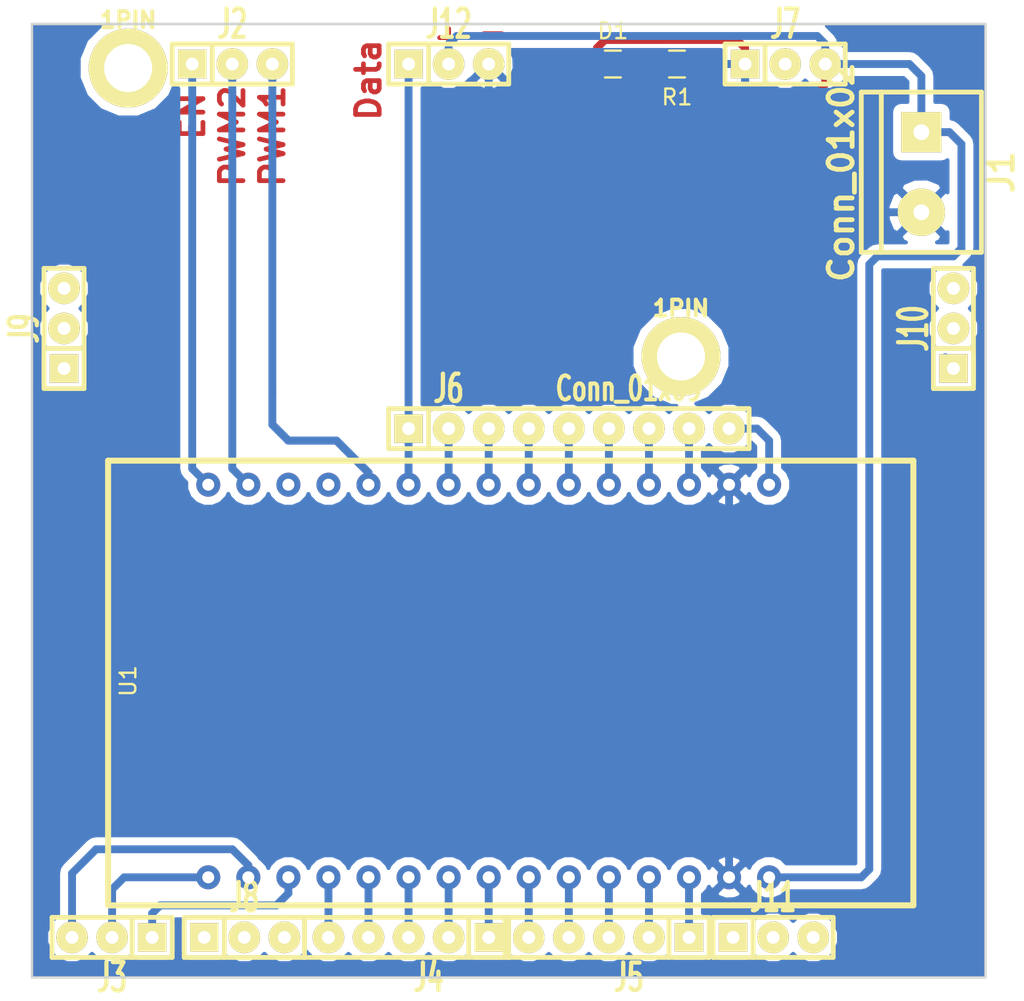
<source format=kicad_pcb>
(kicad_pcb (version 4) (host pcbnew 4.0.7)

  (general
    (links 36)
    (no_connects 0)
    (area 93.448287 39.972 187.174 122.080001)
    (thickness 1.6)
    (drawings 38)
    (tracks 153)
    (zones 0)
    (modules 17)
    (nets 44)
  )

  (page A4)
  (layers
    (0 F.Cu signal)
    (31 B.Cu signal)
    (32 B.Adhes user)
    (33 F.Adhes user)
    (34 B.Paste user)
    (35 F.Paste user)
    (36 B.SilkS user)
    (37 F.SilkS user)
    (38 B.Mask user)
    (39 F.Mask user)
    (40 Dwgs.User user hide)
    (41 Cmts.User user)
    (42 Eco1.User user)
    (43 Eco2.User user)
    (44 Edge.Cuts user)
    (45 Margin user)
    (46 B.CrtYd user)
    (47 F.CrtYd user)
    (48 B.Fab user)
    (49 F.Fab user)
  )

  (setup
    (last_trace_width 0.5)
    (trace_clearance 0.2)
    (zone_clearance 0.508)
    (zone_45_only no)
    (trace_min 0.2)
    (segment_width 0.2)
    (edge_width 0.15)
    (via_size 1.6)
    (via_drill 0.4)
    (via_min_size 0.4)
    (via_min_drill 0.3)
    (uvia_size 0.3)
    (uvia_drill 0.1)
    (uvias_allowed no)
    (uvia_min_size 0.2)
    (uvia_min_drill 0.1)
    (pcb_text_width 0.3)
    (pcb_text_size 1.5 1.5)
    (mod_edge_width 0.15)
    (mod_text_size 1 1)
    (mod_text_width 0.15)
    (pad_size 1.524 1.524)
    (pad_drill 0.762)
    (pad_to_mask_clearance 0.2)
    (aux_axis_origin 0 0)
    (visible_elements 7FFFFFFF)
    (pcbplotparams
      (layerselection 0x00030_80000001)
      (usegerberextensions false)
      (excludeedgelayer false)
      (linewidth 0.100000)
      (plotframeref false)
      (viasonmask false)
      (mode 1)
      (useauxorigin false)
      (hpglpennumber 1)
      (hpglpenspeed 20)
      (hpglpendiameter 15)
      (hpglpenoverlay 2)
      (psnegative false)
      (psa4output false)
      (plotreference true)
      (plotvalue true)
      (plotinvisibletext false)
      (padsonsilk false)
      (subtractmaskfromsilk false)
      (outputformat 4)
      (mirror false)
      (drillshape 1)
      (scaleselection 1)
      (outputdirectory ./))
  )

  (net 0 "")
  (net 1 GND)
  (net 2 "Net-(D1-Pad2)")
  (net 3 VCC)
  (net 4 "Net-(J3-Pad1)")
  (net 5 "Net-(J3-Pad2)")
  (net 6 "Net-(J3-Pad3)")
  (net 7 /Canon)
  (net 8 /Cible_4)
  (net 9 /Cible_3)
  (net 10 /Cible_2)
  (net 11 /Cible_1)
  (net 12 "Net-(J5-Pad1)")
  (net 13 "Net-(J5-Pad2)")
  (net 14 "Net-(J5-Pad3)")
  (net 15 "Net-(J6-Pad2)")
  (net 16 "Net-(J6-Pad3)")
  (net 17 "Net-(J6-Pad4)")
  (net 18 "Net-(J6-Pad5)")
  (net 19 "Net-(J6-Pad6)")
  (net 20 "Net-(J6-Pad7)")
  (net 21 "Net-(J6-Pad8)")
  (net 22 "Net-(J6-Pad9)")
  (net 23 "Net-(U1-PadTX0)")
  (net 24 "Net-(U1-PadRX0)")
  (net 25 /EN)
  (net 26 /PWM1)
  (net 27 /PWM2)
  (net 28 "Net-(J7-Pad2)")
  (net 29 "Net-(J8-Pad1)")
  (net 30 "Net-(J8-Pad2)")
  (net 31 "Net-(J8-Pad3)")
  (net 32 "Net-(J9-Pad1)")
  (net 33 "Net-(J9-Pad2)")
  (net 34 "Net-(J9-Pad3)")
  (net 35 "Net-(J10-Pad1)")
  (net 36 "Net-(J10-Pad2)")
  (net 37 "Net-(J10-Pad3)")
  (net 38 "Net-(J11-Pad1)")
  (net 39 "Net-(J11-Pad2)")
  (net 40 "Net-(J11-Pad3)")
  (net 41 "Net-(J4-Pad4)")
  (net 42 "Net-(J4-Pad5)")
  (net 43 /Servo)

  (net_class Default "Ceci est la Netclass par défaut"
    (clearance 0.2)
    (trace_width 0.5)
    (via_dia 1.6)
    (via_drill 0.4)
    (uvia_dia 0.3)
    (uvia_drill 0.1)
    (add_net /Canon)
    (add_net /Cible_1)
    (add_net /Cible_2)
    (add_net /Cible_3)
    (add_net /Cible_4)
    (add_net /EN)
    (add_net /PWM1)
    (add_net /PWM2)
    (add_net /Servo)
    (add_net GND)
    (add_net "Net-(D1-Pad2)")
    (add_net "Net-(J10-Pad1)")
    (add_net "Net-(J10-Pad2)")
    (add_net "Net-(J10-Pad3)")
    (add_net "Net-(J11-Pad1)")
    (add_net "Net-(J11-Pad2)")
    (add_net "Net-(J11-Pad3)")
    (add_net "Net-(J3-Pad1)")
    (add_net "Net-(J3-Pad2)")
    (add_net "Net-(J3-Pad3)")
    (add_net "Net-(J4-Pad4)")
    (add_net "Net-(J4-Pad5)")
    (add_net "Net-(J5-Pad1)")
    (add_net "Net-(J5-Pad2)")
    (add_net "Net-(J5-Pad3)")
    (add_net "Net-(J6-Pad2)")
    (add_net "Net-(J6-Pad3)")
    (add_net "Net-(J6-Pad4)")
    (add_net "Net-(J6-Pad5)")
    (add_net "Net-(J6-Pad6)")
    (add_net "Net-(J6-Pad7)")
    (add_net "Net-(J6-Pad8)")
    (add_net "Net-(J6-Pad9)")
    (add_net "Net-(J7-Pad2)")
    (add_net "Net-(J8-Pad1)")
    (add_net "Net-(J8-Pad2)")
    (add_net "Net-(J8-Pad3)")
    (add_net "Net-(J9-Pad1)")
    (add_net "Net-(J9-Pad2)")
    (add_net "Net-(J9-Pad3)")
    (add_net "Net-(U1-PadRX0)")
    (add_net "Net-(U1-PadTX0)")
    (add_net VCC)
  )

  (module Lib_Kicad4_Tom:Tom_Capa_CMS_0805 (layer F.Cu) (tedit 5415D6EA) (tstamp 5CE559B7)
    (at 141.478 58.42)
    (descr "Capacitor SMD 0805, reflow soldering, AVX (see smccp.pdf)")
    (tags "capacitor 0805")
    (path /5CE56043)
    (attr smd)
    (fp_text reference D1 (at 0 -2.1) (layer F.SilkS)
      (effects (font (size 1 1) (thickness 0.15)))
    )
    (fp_text value LED (at 0 2.1) (layer F.Fab)
      (effects (font (size 1 1) (thickness 0.15)))
    )
    (fp_line (start -1.8 -1) (end 1.8 -1) (layer F.CrtYd) (width 0.05))
    (fp_line (start -1.8 1) (end 1.8 1) (layer F.CrtYd) (width 0.05))
    (fp_line (start -1.8 -1) (end -1.8 1) (layer F.CrtYd) (width 0.05))
    (fp_line (start 1.8 -1) (end 1.8 1) (layer F.CrtYd) (width 0.05))
    (fp_line (start 0.5 -0.85) (end -0.5 -0.85) (layer F.SilkS) (width 0.15))
    (fp_line (start -0.5 0.85) (end 0.5 0.85) (layer F.SilkS) (width 0.15))
    (pad 1 smd rect (at -1 0) (size 1 1.25) (layers F.Cu F.Paste F.Mask)
      (net 1 GND))
    (pad 2 smd rect (at 1 0) (size 1 1.25) (layers F.Cu F.Paste F.Mask)
      (net 2 "Net-(D1-Pad2)"))
    (model Capacitors_SMD.3dshapes/C_0805.wrl
      (at (xyz 0 0 0))
      (scale (xyz 1 1 1))
      (rotate (xyz 0 0 0))
    )
  )

  (module Lib_Kicad4_Tom:Tom_bornier2 (layer F.Cu) (tedit 5CEBD4B3) (tstamp 5CE559BD)
    (at 161.036 65.278 270)
    (descr "Bornier d'alimentation 2 pins")
    (tags DEV)
    (path /5CE54C0C)
    (fp_text reference J1 (at 0 -5.08 270) (layer F.SilkS)
      (effects (font (thickness 0.3048)))
    )
    (fp_text value Conn_01x02 (at 0 5.08 270) (layer F.SilkS)
      (effects (font (thickness 0.3048)))
    )
    (fp_line (start 5.08 2.54) (end -5.08 2.54) (layer F.SilkS) (width 0.3048))
    (fp_line (start 5.08 3.81) (end 5.08 -3.81) (layer F.SilkS) (width 0.3048))
    (fp_line (start 5.08 -3.81) (end -5.08 -3.81) (layer F.SilkS) (width 0.3048))
    (fp_line (start -5.08 -3.81) (end -5.08 3.81) (layer F.SilkS) (width 0.3048))
    (fp_line (start -5.08 3.81) (end 5.08 3.81) (layer F.SilkS) (width 0.3048))
    (pad 1 thru_hole rect (at -2.54 0 270) (size 2.54 2.54) (drill 1.00076) (layers *.Cu *.Mask F.SilkS)
      (net 3 VCC))
    (pad 2 thru_hole circle (at 2.54 0 270) (size 2.99974 2.99974) (drill 1.00076) (layers *.Cu *.Mask F.SilkS)
      (net 1 GND))
    (model device/bornier_2.wrl
      (at (xyz 0 0 0))
      (scale (xyz 1 1 1))
      (rotate (xyz 0 0 0))
    )
  )

  (module Lib_Kicad4_Tom:Tom_SIL-3 (layer F.Cu) (tedit 5CE7B6C7) (tstamp 5CE559C4)
    (at 117.348 58.42)
    (descr "Connecteur 3 pins")
    (tags "CONN DEV")
    (path /5CE54B90)
    (fp_text reference J2 (at 0 -2.54) (layer F.SilkS)
      (effects (font (size 1.7907 1.07696) (thickness 0.26924)))
    )
    (fp_text value Conn_01x03 (at 0 -2.54) (layer F.SilkS) hide
      (effects (font (size 1.524 1.016) (thickness 0.254)))
    )
    (fp_line (start -3.81 1.27) (end -3.81 -1.27) (layer F.SilkS) (width 0.3048))
    (fp_line (start -3.81 -1.27) (end 3.81 -1.27) (layer F.SilkS) (width 0.3048))
    (fp_line (start 3.81 -1.27) (end 3.81 1.27) (layer F.SilkS) (width 0.3048))
    (fp_line (start 3.81 1.27) (end -3.81 1.27) (layer F.SilkS) (width 0.3048))
    (fp_line (start -1.27 -1.27) (end -1.27 1.27) (layer F.SilkS) (width 0.3048))
    (pad 1 thru_hole rect (at -2.54 0) (size 1.80086 1.80086) (drill 0.8128) (layers *.Cu *.Mask F.SilkS)
      (net 25 /EN))
    (pad 2 thru_hole circle (at 0 0) (size 1.99898 1.99898) (drill 0.8128) (layers *.Cu *.Mask F.SilkS)
      (net 27 /PWM2))
    (pad 3 thru_hole circle (at 2.54 0) (size 1.99898 1.99898) (drill 0.8128) (layers *.Cu *.Mask F.SilkS)
      (net 26 /PWM1))
  )

  (module Lib_Kicad4_Tom:Tom_SIL-3 (layer F.Cu) (tedit 5CEBD4DE) (tstamp 5CE559CB)
    (at 109.728 113.792 180)
    (descr "Connecteur 3 pins")
    (tags "CONN DEV")
    (path /5CE554BA)
    (fp_text reference J3 (at 0 -2.54 180) (layer F.SilkS)
      (effects (font (size 1.7907 1.07696) (thickness 0.26924)))
    )
    (fp_text value Conn_01x03 (at 0 -2.54 180) (layer F.SilkS) hide
      (effects (font (size 1.524 1.016) (thickness 0.254)))
    )
    (fp_line (start -3.81 1.27) (end -3.81 -1.27) (layer F.SilkS) (width 0.3048))
    (fp_line (start -3.81 -1.27) (end 3.81 -1.27) (layer F.SilkS) (width 0.3048))
    (fp_line (start 3.81 -1.27) (end 3.81 1.27) (layer F.SilkS) (width 0.3048))
    (fp_line (start 3.81 1.27) (end -3.81 1.27) (layer F.SilkS) (width 0.3048))
    (fp_line (start -1.27 -1.27) (end -1.27 1.27) (layer F.SilkS) (width 0.3048))
    (pad 1 thru_hole rect (at -2.54 0 180) (size 1.80086 1.80086) (drill 0.8128) (layers *.Cu *.Mask F.SilkS)
      (net 4 "Net-(J3-Pad1)"))
    (pad 2 thru_hole circle (at 0 0 180) (size 1.99898 1.99898) (drill 0.8128) (layers *.Cu *.Mask F.SilkS)
      (net 5 "Net-(J3-Pad2)"))
    (pad 3 thru_hole circle (at 2.54 0 180) (size 1.99898 1.99898) (drill 0.8128) (layers *.Cu *.Mask F.SilkS)
      (net 6 "Net-(J3-Pad3)"))
  )

  (module Lib_Kicad4_Tom:Tom_SIL-5 (layer F.Cu) (tedit 57F651DF) (tstamp 5CE559D4)
    (at 129.794 113.792 180)
    (descr "Connecteur 4 pibs")
    (tags "CONN DEV")
    (path /5CE55204)
    (fp_text reference J4 (at 0 -2.54 180) (layer F.SilkS)
      (effects (font (size 1.73482 1.08712) (thickness 0.27178)))
    )
    (fp_text value Conn_01x05 (at 0 -2.54 180) (layer F.SilkS) hide
      (effects (font (size 1.524 1.016) (thickness 0.254)))
    )
    (fp_line (start 7.874 1.27) (end 7.874 -1.27) (layer F.SilkS) (width 0.29972))
    (fp_line (start 5.08 1.27) (end 7.874 1.27) (layer F.SilkS) (width 0.29972))
    (fp_line (start 5.08 -1.27) (end 7.874 -1.27) (layer F.SilkS) (width 0.29972))
    (fp_line (start -5.08 -1.27) (end -5.08 -1.27) (layer F.SilkS) (width 0.3048))
    (fp_line (start -5.08 1.27) (end -5.08 -1.27) (layer F.SilkS) (width 0.3048))
    (fp_line (start -5.08 -1.27) (end -5.08 -1.27) (layer F.SilkS) (width 0.3048))
    (fp_line (start -5.08 -1.27) (end 5.08 -1.27) (layer F.SilkS) (width 0.29972))
    (fp_line (start 5.08 1.27) (end -5.08 1.27) (layer F.SilkS) (width 0.3048))
    (fp_line (start -2.54 1.27) (end -2.54 -1.27) (layer F.SilkS) (width 0.3048))
    (pad 1 thru_hole rect (at -3.81 0 180) (size 1.80086 1.80086) (drill 0.8128) (layers *.Cu *.Mask F.SilkS)
      (net 9 /Cible_3))
    (pad 2 thru_hole circle (at -1.27 0 180) (size 2 2) (drill 0.8128) (layers *.Cu *.Mask F.SilkS)
      (net 8 /Cible_4))
    (pad 3 thru_hole circle (at 1.27 0 180) (size 2 2) (drill 0.8128) (layers *.Cu *.Mask F.SilkS)
      (net 7 /Canon))
    (pad 4 thru_hole circle (at 3.81 0 180) (size 2 2) (drill 0.8128) (layers *.Cu *.Mask F.SilkS)
      (net 41 "Net-(J4-Pad4)"))
    (pad 5 thru_hole circle (at 6.35 0 180) (size 2 2) (drill 0.8128) (layers *.Cu *.Mask F.SilkS)
      (net 42 "Net-(J4-Pad5)"))
  )

  (module Lib_Kicad4_Tom:Tom_SIL-5 (layer F.Cu) (tedit 5CE78D69) (tstamp 5CE559DD)
    (at 142.494 113.792 180)
    (descr "Connecteur 4 pibs")
    (tags "CONN DEV")
    (path /5CE55613)
    (fp_text reference J5 (at 0 -2.54 180) (layer F.SilkS)
      (effects (font (size 1.73482 1.08712) (thickness 0.27178)))
    )
    (fp_text value Conn_01x05 (at 0 -2.54 180) (layer F.SilkS) hide
      (effects (font (size 1.524 1.016) (thickness 0.254)))
    )
    (fp_line (start 7.874 1.27) (end 7.874 -1.27) (layer F.SilkS) (width 0.29972))
    (fp_line (start 5.08 1.27) (end 7.874 1.27) (layer F.SilkS) (width 0.29972))
    (fp_line (start 5.08 -1.27) (end 7.874 -1.27) (layer F.SilkS) (width 0.29972))
    (fp_line (start -5.08 -1.27) (end -5.08 -1.27) (layer F.SilkS) (width 0.3048))
    (fp_line (start -5.08 1.27) (end -5.08 -1.27) (layer F.SilkS) (width 0.3048))
    (fp_line (start -5.08 -1.27) (end -5.08 -1.27) (layer F.SilkS) (width 0.3048))
    (fp_line (start -5.08 -1.27) (end 5.08 -1.27) (layer F.SilkS) (width 0.29972))
    (fp_line (start 5.08 1.27) (end -5.08 1.27) (layer F.SilkS) (width 0.3048))
    (fp_line (start -2.54 1.27) (end -2.54 -1.27) (layer F.SilkS) (width 0.3048))
    (pad 1 thru_hole rect (at -3.81 0 180) (size 1.80086 1.80086) (drill 0.8128) (layers *.Cu *.Mask F.SilkS)
      (net 12 "Net-(J5-Pad1)"))
    (pad 2 thru_hole circle (at -1.27 0 180) (size 2 2) (drill 0.8128) (layers *.Cu *.Mask F.SilkS)
      (net 13 "Net-(J5-Pad2)"))
    (pad 3 thru_hole circle (at 1.27 0 180) (size 2 2) (drill 0.8128) (layers *.Cu *.Mask F.SilkS)
      (net 14 "Net-(J5-Pad3)"))
    (pad 4 thru_hole circle (at 3.81 0 180) (size 2 2) (drill 0.8128) (layers *.Cu *.Mask F.SilkS)
      (net 11 /Cible_1))
    (pad 5 thru_hole circle (at 6.35 0 180) (size 2 2) (drill 0.8128) (layers *.Cu *.Mask F.SilkS)
      (net 10 /Cible_2))
  )

  (module Lib_Kicad4_Tom:Tom_SIL-9 (layer F.Cu) (tedit 57F652CE) (tstamp 5CE559EA)
    (at 137.414 81.534)
    (descr "Connecteur 8 pins")
    (tags "CONN DEV")
    (path /5CE55DC7)
    (fp_text reference J6 (at -6.35 -2.54) (layer F.SilkS)
      (effects (font (size 1.72974 1.08712) (thickness 0.27178)))
    )
    (fp_text value Conn_01x09 (at 5.08 -2.54) (layer F.SilkS)
      (effects (font (size 1.524 1.016) (thickness 0.254)))
    )
    (fp_line (start 10.16 1.27) (end 12.7 1.27) (layer F.SilkS) (width 0.3048))
    (fp_line (start 10.16 -1.27) (end 12.7 -1.27) (layer F.SilkS) (width 0.3048))
    (fp_line (start -10.16 -1.27) (end 10.16 -1.27) (layer F.SilkS) (width 0.3048))
    (fp_line (start 12.7 -1.27) (end 12.7 1.27) (layer F.SilkS) (width 0.3048))
    (fp_line (start 10.16 1.27) (end -10.16 1.27) (layer F.SilkS) (width 0.3048))
    (fp_line (start -10.16 1.27) (end -10.16 -1.27) (layer F.SilkS) (width 0.3048))
    (fp_line (start -7.62 1.27) (end -7.62 -1.27) (layer F.SilkS) (width 0.3048))
    (pad 1 thru_hole rect (at -8.89 0) (size 1.80086 1.80086) (drill 0.8128) (layers *.Cu *.Mask F.SilkS)
      (net 43 /Servo))
    (pad 2 thru_hole circle (at -6.35 0) (size 2 2) (drill 0.8128) (layers *.Cu *.Mask F.SilkS)
      (net 15 "Net-(J6-Pad2)"))
    (pad 3 thru_hole circle (at -3.81 0) (size 2 2) (drill 0.8128) (layers *.Cu *.Mask F.SilkS)
      (net 16 "Net-(J6-Pad3)"))
    (pad 4 thru_hole circle (at -1.27 0) (size 2 2) (drill 0.8128) (layers *.Cu *.Mask F.SilkS)
      (net 17 "Net-(J6-Pad4)"))
    (pad 5 thru_hole circle (at 1.27 0) (size 2 2) (drill 0.8128) (layers *.Cu *.Mask F.SilkS)
      (net 18 "Net-(J6-Pad5)"))
    (pad 6 thru_hole circle (at 3.81 0) (size 2 2) (drill 0.8128) (layers *.Cu *.Mask F.SilkS)
      (net 19 "Net-(J6-Pad6)"))
    (pad 7 thru_hole circle (at 6.35 0) (size 2 2) (drill 0.8128) (layers *.Cu *.Mask F.SilkS)
      (net 20 "Net-(J6-Pad7)"))
    (pad 8 thru_hole circle (at 8.89 0) (size 2 2) (drill 0.8128) (layers *.Cu *.Mask F.SilkS)
      (net 21 "Net-(J6-Pad8)"))
    (pad 9 thru_hole circle (at 11.43 0) (size 2 2) (drill 0.8128) (layers *.Cu *.Mask F.SilkS)
      (net 22 "Net-(J6-Pad9)"))
  )

  (module Lib_Kicad4_Tom:Tom_Capa_CMS_0805 (layer F.Cu) (tedit 5415D6EA) (tstamp 5CE559F0)
    (at 145.542 58.42 180)
    (descr "Capacitor SMD 0805, reflow soldering, AVX (see smccp.pdf)")
    (tags "capacitor 0805")
    (path /5CE56012)
    (attr smd)
    (fp_text reference R1 (at 0 -2.1 180) (layer F.SilkS)
      (effects (font (size 1 1) (thickness 0.15)))
    )
    (fp_text value 330 (at 0 2.1 180) (layer F.Fab)
      (effects (font (size 1 1) (thickness 0.15)))
    )
    (fp_line (start -1.8 -1) (end 1.8 -1) (layer F.CrtYd) (width 0.05))
    (fp_line (start -1.8 1) (end 1.8 1) (layer F.CrtYd) (width 0.05))
    (fp_line (start -1.8 -1) (end -1.8 1) (layer F.CrtYd) (width 0.05))
    (fp_line (start 1.8 -1) (end 1.8 1) (layer F.CrtYd) (width 0.05))
    (fp_line (start 0.5 -0.85) (end -0.5 -0.85) (layer F.SilkS) (width 0.15))
    (fp_line (start -0.5 0.85) (end 0.5 0.85) (layer F.SilkS) (width 0.15))
    (pad 1 smd rect (at -1 0 180) (size 1 1.25) (layers F.Cu F.Paste F.Mask)
      (net 3 VCC))
    (pad 2 smd rect (at 1 0 180) (size 1 1.25) (layers F.Cu F.Paste F.Mask)
      (net 2 "Net-(D1-Pad2)"))
    (model Capacitors_SMD.3dshapes/C_0805.wrl
      (at (xyz 0 0 0))
      (scale (xyz 1 1 1))
      (rotate (xyz 0 0 0))
    )
  )

  (module Lib_Kicad4_Alan:ESP32 (layer F.Cu) (tedit 5CEBD4F7) (tstamp 5CE7921B)
    (at 122.936 97.536 90)
    (path /5CE78DF6)
    (fp_text reference U1 (at 0 -12.192 90) (layer F.SilkS)
      (effects (font (size 1 1) (thickness 0.15)))
    )
    (fp_text value ESP32 (at 0 -10.668 90) (layer F.Fab)
      (effects (font (size 1 1) (thickness 0.15)))
    )
    (fp_line (start -14.224 37.592) (end 13.97 37.592) (layer F.SilkS) (width 0.381))
    (fp_line (start 13.97 37.592) (end 13.97 -13.462) (layer F.SilkS) (width 0.381))
    (fp_line (start 13.97 -13.462) (end -14.224 -13.462) (layer F.SilkS) (width 0.381))
    (fp_line (start -14.224 -13.462) (end -14.224 37.592) (layer F.SilkS) (width 0.381))
    (pad D23 thru_hole circle (at 12.446 -7.112 90) (size 1.524 1.524) (drill 0.762) (layers *.Cu *.Mask)
      (net 25 /EN))
    (pad D22 thru_hole circle (at 12.446 -4.572 90) (size 1.524 1.524) (drill 0.762) (layers *.Cu *.Mask)
      (net 27 /PWM2))
    (pad TX0 thru_hole circle (at 12.446 -2.032 90) (size 1.524 1.524) (drill 0.762) (layers *.Cu *.Mask)
      (net 23 "Net-(U1-PadTX0)"))
    (pad RX0 thru_hole circle (at 12.446 0.508 90) (size 1.524 1.524) (drill 0.762) (layers *.Cu *.Mask)
      (net 24 "Net-(U1-PadRX0)"))
    (pad D19 thru_hole circle (at 12.446 5.588 90) (size 1.524 1.524) (drill 0.762) (layers *.Cu *.Mask)
      (net 43 /Servo))
    (pad D18 thru_hole circle (at 12.446 8.128 90) (size 1.524 1.524) (drill 0.762) (layers *.Cu *.Mask)
      (net 15 "Net-(J6-Pad2)"))
    (pad D5 thru_hole circle (at 12.446 10.668 90) (size 1.524 1.524) (drill 0.762) (layers *.Cu *.Mask)
      (net 16 "Net-(J6-Pad3)"))
    (pad TX2 thru_hole circle (at 12.446 13.208 90) (size 1.524 1.524) (drill 0.762) (layers *.Cu *.Mask)
      (net 17 "Net-(J6-Pad4)"))
    (pad RX2 thru_hole circle (at 12.446 15.748 90) (size 1.524 1.524) (drill 0.762) (layers *.Cu *.Mask)
      (net 18 "Net-(J6-Pad5)"))
    (pad D4 thru_hole circle (at 12.446 18.288 90) (size 1.524 1.524) (drill 0.762) (layers *.Cu *.Mask)
      (net 19 "Net-(J6-Pad6)"))
    (pad D2 thru_hole circle (at 12.446 20.828 90) (size 1.524 1.524) (drill 0.762) (layers *.Cu *.Mask)
      (net 20 "Net-(J6-Pad7)"))
    (pad D15 thru_hole circle (at 12.446 23.368 90) (size 1.524 1.524) (drill 0.762) (layers *.Cu *.Mask)
      (net 21 "Net-(J6-Pad8)"))
    (pad D21 thru_hole circle (at 12.446 3.048 90) (size 1.524 1.524) (drill 0.762) (layers *.Cu *.Mask)
      (net 26 /PWM1))
    (pad GND thru_hole circle (at 12.446 25.908 90) (size 1.524 1.524) (drill 0.762) (layers *.Cu *.Mask)
      (net 1 GND))
    (pad 3V3 thru_hole circle (at 12.446 28.448 90) (size 1.524 1.524) (drill 0.762) (layers *.Cu *.Mask)
      (net 22 "Net-(J6-Pad9)"))
    (pad EN thru_hole circle (at -12.446 -7.112 90) (size 1.524 1.524) (drill 0.762) (layers *.Cu *.Mask)
      (net 5 "Net-(J3-Pad2)"))
    (pad VP thru_hole circle (at -12.446 -4.572 90) (size 1.524 1.524) (drill 0.762) (layers *.Cu *.Mask)
      (net 6 "Net-(J3-Pad3)"))
    (pad VN thru_hole circle (at -12.446 -2.032 90) (size 1.524 1.524) (drill 0.762) (layers *.Cu *.Mask)
      (net 4 "Net-(J3-Pad1)"))
    (pad D34 thru_hole circle (at -12.446 0.508 90) (size 1.524 1.524) (drill 0.762) (layers *.Cu *.Mask)
      (net 42 "Net-(J4-Pad5)"))
    (pad D35 thru_hole circle (at -12.446 3.048 90) (size 1.524 1.524) (drill 0.762) (layers *.Cu *.Mask)
      (net 41 "Net-(J4-Pad4)"))
    (pad D32 thru_hole circle (at -12.446 5.588 90) (size 1.524 1.524) (drill 0.762) (layers *.Cu *.Mask)
      (net 7 /Canon))
    (pad D33 thru_hole circle (at -12.446 8.128 90) (size 1.524 1.524) (drill 0.762) (layers *.Cu *.Mask)
      (net 8 /Cible_4))
    (pad D25 thru_hole circle (at -12.446 10.668 90) (size 1.524 1.524) (drill 0.762) (layers *.Cu *.Mask)
      (net 9 /Cible_3))
    (pad D26 thru_hole circle (at -12.446 13.208 90) (size 1.524 1.524) (drill 0.762) (layers *.Cu *.Mask)
      (net 10 /Cible_2))
    (pad D27 thru_hole circle (at -12.446 15.748 90) (size 1.524 1.524) (drill 0.762) (layers *.Cu *.Mask)
      (net 11 /Cible_1))
    (pad D14 thru_hole circle (at -12.446 18.288 90) (size 1.524 1.524) (drill 0.762) (layers *.Cu *.Mask)
      (net 14 "Net-(J5-Pad3)"))
    (pad D12 thru_hole circle (at -12.446 20.828 90) (size 1.524 1.524) (drill 0.762) (layers *.Cu *.Mask)
      (net 13 "Net-(J5-Pad2)"))
    (pad D13 thru_hole circle (at -12.446 23.368 90) (size 1.524 1.524) (drill 0.762) (layers *.Cu *.Mask)
      (net 12 "Net-(J5-Pad1)"))
    (pad GND thru_hole circle (at -12.446 25.908 90) (size 1.524 1.524) (drill 0.762) (layers *.Cu *.Mask)
      (net 1 GND))
    (pad VIN thru_hole circle (at -12.446 28.448 90) (size 1.524 1.524) (drill 0.762) (layers *.Cu *.Mask)
      (net 3 VCC))
  )

  (module Lib_Kicad4_Tom:Tom_SIL-3 (layer F.Cu) (tedit 4E8AE374) (tstamp 5CE7ADDE)
    (at 152.4 58.42)
    (descr "Connecteur 3 pins")
    (tags "CONN DEV")
    (path /5CE79DCB)
    (fp_text reference J7 (at 0 -2.54) (layer F.SilkS)
      (effects (font (size 1.7907 1.07696) (thickness 0.26924)))
    )
    (fp_text value Conn_01x03 (at 0 -2.54) (layer F.SilkS) hide
      (effects (font (size 1.524 1.016) (thickness 0.254)))
    )
    (fp_line (start -3.81 1.27) (end -3.81 -1.27) (layer F.SilkS) (width 0.3048))
    (fp_line (start -3.81 -1.27) (end 3.81 -1.27) (layer F.SilkS) (width 0.3048))
    (fp_line (start 3.81 -1.27) (end 3.81 1.27) (layer F.SilkS) (width 0.3048))
    (fp_line (start 3.81 1.27) (end -3.81 1.27) (layer F.SilkS) (width 0.3048))
    (fp_line (start -1.27 -1.27) (end -1.27 1.27) (layer F.SilkS) (width 0.3048))
    (pad 1 thru_hole rect (at -2.54 0) (size 1.80086 1.80086) (drill 0.8128) (layers *.Cu *.Mask F.SilkS)
      (net 1 GND))
    (pad 2 thru_hole circle (at 0 0) (size 1.99898 1.99898) (drill 0.8128) (layers *.Cu *.Mask F.SilkS)
      (net 28 "Net-(J7-Pad2)"))
    (pad 3 thru_hole circle (at 2.54 0) (size 1.99898 1.99898) (drill 0.8128) (layers *.Cu *.Mask F.SilkS)
      (net 3 VCC))
  )

  (module Lib_Kicad4_Tom:Tom_SIL-3 (layer F.Cu) (tedit 4E8AE374) (tstamp 5CE7ADE5)
    (at 118.11 113.792)
    (descr "Connecteur 3 pins")
    (tags "CONN DEV")
    (path /5CE79EEA)
    (fp_text reference J8 (at 0 -2.54) (layer F.SilkS)
      (effects (font (size 1.7907 1.07696) (thickness 0.26924)))
    )
    (fp_text value Conn_01x03 (at 0 -2.54) (layer F.SilkS) hide
      (effects (font (size 1.524 1.016) (thickness 0.254)))
    )
    (fp_line (start -3.81 1.27) (end -3.81 -1.27) (layer F.SilkS) (width 0.3048))
    (fp_line (start -3.81 -1.27) (end 3.81 -1.27) (layer F.SilkS) (width 0.3048))
    (fp_line (start 3.81 -1.27) (end 3.81 1.27) (layer F.SilkS) (width 0.3048))
    (fp_line (start 3.81 1.27) (end -3.81 1.27) (layer F.SilkS) (width 0.3048))
    (fp_line (start -1.27 -1.27) (end -1.27 1.27) (layer F.SilkS) (width 0.3048))
    (pad 1 thru_hole rect (at -2.54 0) (size 1.80086 1.80086) (drill 0.8128) (layers *.Cu *.Mask F.SilkS)
      (net 29 "Net-(J8-Pad1)"))
    (pad 2 thru_hole circle (at 0 0) (size 1.99898 1.99898) (drill 0.8128) (layers *.Cu *.Mask F.SilkS)
      (net 30 "Net-(J8-Pad2)"))
    (pad 3 thru_hole circle (at 2.54 0) (size 1.99898 1.99898) (drill 0.8128) (layers *.Cu *.Mask F.SilkS)
      (net 31 "Net-(J8-Pad3)"))
  )

  (module Lib_Kicad4_Tom:Tom_SIL-3 (layer F.Cu) (tedit 4E8AE374) (tstamp 5CE7ADEC)
    (at 106.68 75.184 90)
    (descr "Connecteur 3 pins")
    (tags "CONN DEV")
    (path /5CE79F5B)
    (fp_text reference J9 (at 0 -2.54 90) (layer F.SilkS)
      (effects (font (size 1.7907 1.07696) (thickness 0.26924)))
    )
    (fp_text value Conn_01x03 (at 0 -2.54 90) (layer F.SilkS) hide
      (effects (font (size 1.524 1.016) (thickness 0.254)))
    )
    (fp_line (start -3.81 1.27) (end -3.81 -1.27) (layer F.SilkS) (width 0.3048))
    (fp_line (start -3.81 -1.27) (end 3.81 -1.27) (layer F.SilkS) (width 0.3048))
    (fp_line (start 3.81 -1.27) (end 3.81 1.27) (layer F.SilkS) (width 0.3048))
    (fp_line (start 3.81 1.27) (end -3.81 1.27) (layer F.SilkS) (width 0.3048))
    (fp_line (start -1.27 -1.27) (end -1.27 1.27) (layer F.SilkS) (width 0.3048))
    (pad 1 thru_hole rect (at -2.54 0 90) (size 1.80086 1.80086) (drill 0.8128) (layers *.Cu *.Mask F.SilkS)
      (net 32 "Net-(J9-Pad1)"))
    (pad 2 thru_hole circle (at 0 0 90) (size 1.99898 1.99898) (drill 0.8128) (layers *.Cu *.Mask F.SilkS)
      (net 33 "Net-(J9-Pad2)"))
    (pad 3 thru_hole circle (at 2.54 0 90) (size 1.99898 1.99898) (drill 0.8128) (layers *.Cu *.Mask F.SilkS)
      (net 34 "Net-(J9-Pad3)"))
  )

  (module Lib_Kicad4_Tom:Tom_SIL-3 (layer F.Cu) (tedit 4E8AE374) (tstamp 5CE7ADF3)
    (at 163.068 75.184 90)
    (descr "Connecteur 3 pins")
    (tags "CONN DEV")
    (path /5CE79F9B)
    (fp_text reference J10 (at 0 -2.54 90) (layer F.SilkS)
      (effects (font (size 1.7907 1.07696) (thickness 0.26924)))
    )
    (fp_text value Conn_01x03 (at 0 -2.54 90) (layer F.SilkS) hide
      (effects (font (size 1.524 1.016) (thickness 0.254)))
    )
    (fp_line (start -3.81 1.27) (end -3.81 -1.27) (layer F.SilkS) (width 0.3048))
    (fp_line (start -3.81 -1.27) (end 3.81 -1.27) (layer F.SilkS) (width 0.3048))
    (fp_line (start 3.81 -1.27) (end 3.81 1.27) (layer F.SilkS) (width 0.3048))
    (fp_line (start 3.81 1.27) (end -3.81 1.27) (layer F.SilkS) (width 0.3048))
    (fp_line (start -1.27 -1.27) (end -1.27 1.27) (layer F.SilkS) (width 0.3048))
    (pad 1 thru_hole rect (at -2.54 0 90) (size 1.80086 1.80086) (drill 0.8128) (layers *.Cu *.Mask F.SilkS)
      (net 35 "Net-(J10-Pad1)"))
    (pad 2 thru_hole circle (at 0 0 90) (size 1.99898 1.99898) (drill 0.8128) (layers *.Cu *.Mask F.SilkS)
      (net 36 "Net-(J10-Pad2)"))
    (pad 3 thru_hole circle (at 2.54 0 90) (size 1.99898 1.99898) (drill 0.8128) (layers *.Cu *.Mask F.SilkS)
      (net 37 "Net-(J10-Pad3)"))
  )

  (module Lib_Kicad4_Tom:Tom_SIL-3 (layer F.Cu) (tedit 4E8AE374) (tstamp 5CE7ADFA)
    (at 151.638 113.792)
    (descr "Connecteur 3 pins")
    (tags "CONN DEV")
    (path /5CE7A05E)
    (fp_text reference J11 (at 0 -2.54) (layer F.SilkS)
      (effects (font (size 1.7907 1.07696) (thickness 0.26924)))
    )
    (fp_text value Conn_01x03 (at 0 -2.54) (layer F.SilkS) hide
      (effects (font (size 1.524 1.016) (thickness 0.254)))
    )
    (fp_line (start -3.81 1.27) (end -3.81 -1.27) (layer F.SilkS) (width 0.3048))
    (fp_line (start -3.81 -1.27) (end 3.81 -1.27) (layer F.SilkS) (width 0.3048))
    (fp_line (start 3.81 -1.27) (end 3.81 1.27) (layer F.SilkS) (width 0.3048))
    (fp_line (start 3.81 1.27) (end -3.81 1.27) (layer F.SilkS) (width 0.3048))
    (fp_line (start -1.27 -1.27) (end -1.27 1.27) (layer F.SilkS) (width 0.3048))
    (pad 1 thru_hole rect (at -2.54 0) (size 1.80086 1.80086) (drill 0.8128) (layers *.Cu *.Mask F.SilkS)
      (net 38 "Net-(J11-Pad1)"))
    (pad 2 thru_hole circle (at 0 0) (size 1.99898 1.99898) (drill 0.8128) (layers *.Cu *.Mask F.SilkS)
      (net 39 "Net-(J11-Pad2)"))
    (pad 3 thru_hole circle (at 2.54 0) (size 1.99898 1.99898) (drill 0.8128) (layers *.Cu *.Mask F.SilkS)
      (net 40 "Net-(J11-Pad3)"))
  )

  (module Lib_Kicad4_Tom:Tom_TrouFixation (layer F.Cu) (tedit 4EBBCF46) (tstamp 5CE7B413)
    (at 110.744 58.674)
    (descr "module 1 pin (ou trou mecanique de percage)")
    (tags DEV)
    (fp_text reference 1PIN (at 0 -3.048) (layer F.SilkS)
      (effects (font (size 1.016 1.016) (thickness 0.254)))
    )
    (fp_text value P*** (at 0 2.794) (layer F.SilkS) hide
      (effects (font (size 1.016 1.016) (thickness 0.254)))
    )
    (fp_circle (center 0 0) (end 0 -2.286) (layer F.SilkS) (width 0.381))
    (pad 1 thru_hole circle (at 0 0) (size 5.00126 5.00126) (drill 3.048) (layers *.Cu *.Mask F.SilkS))
  )

  (module Lib_Kicad4_Tom:Tom_TrouFixation (layer F.Cu) (tedit 4EBBCF46) (tstamp 5CE7B41A)
    (at 145.796 76.962)
    (descr "module 1 pin (ou trou mecanique de percage)")
    (tags DEV)
    (fp_text reference 1PIN (at 0 -3.048) (layer F.SilkS)
      (effects (font (size 1.016 1.016) (thickness 0.254)))
    )
    (fp_text value P*** (at 0 2.794) (layer F.SilkS) hide
      (effects (font (size 1.016 1.016) (thickness 0.254)))
    )
    (fp_circle (center 0 0) (end 0 -2.286) (layer F.SilkS) (width 0.381))
    (pad 1 thru_hole circle (at 0 0) (size 5.00126 5.00126) (drill 3.048) (layers *.Cu *.Mask F.SilkS))
  )

  (module Lib_Kicad4_Tom:Tom_SIL-3 (layer F.Cu) (tedit 4E8AE374) (tstamp 5CEBDB8F)
    (at 131.064 58.42)
    (descr "Connecteur 3 pins")
    (tags "CONN DEV")
    (path /5CEC053C)
    (fp_text reference J12 (at 0 -2.54) (layer F.SilkS)
      (effects (font (size 1.7907 1.07696) (thickness 0.26924)))
    )
    (fp_text value Conn_01x03 (at 0 -2.54) (layer F.SilkS) hide
      (effects (font (size 1.524 1.016) (thickness 0.254)))
    )
    (fp_line (start -3.81 1.27) (end -3.81 -1.27) (layer F.SilkS) (width 0.3048))
    (fp_line (start -3.81 -1.27) (end 3.81 -1.27) (layer F.SilkS) (width 0.3048))
    (fp_line (start 3.81 -1.27) (end 3.81 1.27) (layer F.SilkS) (width 0.3048))
    (fp_line (start 3.81 1.27) (end -3.81 1.27) (layer F.SilkS) (width 0.3048))
    (fp_line (start -1.27 -1.27) (end -1.27 1.27) (layer F.SilkS) (width 0.3048))
    (pad 1 thru_hole rect (at -2.54 0) (size 1.80086 1.80086) (drill 0.8128) (layers *.Cu *.Mask F.SilkS)
      (net 43 /Servo))
    (pad 2 thru_hole circle (at 0 0) (size 1.99898 1.99898) (drill 0.8128) (layers *.Cu *.Mask F.SilkS)
      (net 3 VCC))
    (pad 3 thru_hole circle (at 2.54 0) (size 1.99898 1.99898) (drill 0.8128) (layers *.Cu *.Mask F.SilkS)
      (net 1 GND))
  )

  (gr_text "KING TCHANG ALAN" (at 140.462 71.12) (layer F.Cu)
    (effects (font (size 1.5 1.5) (thickness 0.3)))
  )
  (gr_line (start 165.1 55.88) (end 104.648 55.88) (angle 90) (layer Edge.Cuts) (width 0.15))
  (gr_line (start 165.1 116.332) (end 165.1 55.88) (angle 90) (layer Edge.Cuts) (width 0.15))
  (gr_line (start 104.648 116.332) (end 165.1 116.332) (angle 90) (layer Edge.Cuts) (width 0.15))
  (gr_line (start 104.648 55.88) (end 104.648 116.332) (angle 90) (layer Edge.Cuts) (width 0.15))
  (gr_line (start 165.1 55.88) (end 104.648 55.88) (angle 90) (layer Edge.Cuts) (width 0.15))
  (gr_text EN (at 114.808 61.722 90) (layer F.Cu)
    (effects (font (size 1.5 1.5) (thickness 0.3)))
  )
  (gr_text PWM2 (at 117.348 62.992 90) (layer F.Cu)
    (effects (font (size 1.5 1.5) (thickness 0.3)))
  )
  (gr_text "PWM1\n" (at 119.888 62.992 90) (layer F.Cu)
    (effects (font (size 1.5 1.5) (thickness 0.3)))
  )
  (gr_text - (at 136.144 58.42) (layer F.Cu)
    (effects (font (size 1.5 1.5) (thickness 0.3)))
  )
  (gr_text - (at 133.858 56.388) (layer F.Cu)
    (effects (font (size 1.5 1.5) (thickness 0.3)))
  )
  (gr_text + (at 131.064 56.642) (layer F.Cu)
    (effects (font (size 1.5 1.5) (thickness 0.3)))
  )
  (gr_text Data (at 125.984 59.436 90) (layer F.Cu)
    (effects (font (size 1.5 1.5) (thickness 0.3)))
  )
  (gr_text - (at 133.604 60.706) (layer F.Cu)
    (effects (font (size 1.5 1.5) (thickness 0.3)))
  )
  (gr_text + (at 131.064 60.706) (layer F.Cu)
    (effects (font (size 1.5 1.5) (thickness 0.3)))
  )
  (dimension 1.27 (width 0.3) (layer Dwgs.User)
    (gr_text "1,270 mm" (at 110.918 115.697 90) (layer Dwgs.User)
      (effects (font (size 1.5 1.5) (thickness 0.3)))
    )
    (feature1 (pts (xy 114.3 115.062) (xy 109.568 115.062)))
    (feature2 (pts (xy 114.3 116.332) (xy 109.568 116.332)))
    (crossbar (pts (xy 112.268 116.332) (xy 112.268 115.062)))
    (arrow1a (pts (xy 112.268 115.062) (xy 112.854421 116.188504)))
    (arrow1b (pts (xy 112.268 115.062) (xy 111.681579 116.188504)))
    (arrow2a (pts (xy 112.268 116.332) (xy 112.854421 115.205496)))
    (arrow2b (pts (xy 112.268 116.332) (xy 111.681579 115.205496)))
  )
  (dimension 1.27 (width 0.3) (layer Dwgs.User)
    (gr_text "1,270 mm" (at 159.338 115.697 90) (layer Dwgs.User)
      (effects (font (size 1.5 1.5) (thickness 0.3)))
    )
    (feature1 (pts (xy 155.448 115.062) (xy 160.688 115.062)))
    (feature2 (pts (xy 155.448 116.332) (xy 160.688 116.332)))
    (crossbar (pts (xy 157.988 116.332) (xy 157.988 115.062)))
    (arrow1a (pts (xy 157.988 115.062) (xy 158.574421 116.188504)))
    (arrow1b (pts (xy 157.988 115.062) (xy 157.401579 116.188504)))
    (arrow2a (pts (xy 157.988 116.332) (xy 158.574421 115.205496)))
    (arrow2b (pts (xy 157.988 116.332) (xy 157.401579 115.205496)))
  )
  (dimension 9.652 (width 0.3) (layer Dwgs.User)
    (gr_text "9,652 mm" (at 160.274 120.73) (layer Dwgs.User)
      (effects (font (size 1.5 1.5) (thickness 0.3)))
    )
    (feature1 (pts (xy 155.448 116.332) (xy 155.448 122.08)))
    (feature2 (pts (xy 165.1 116.332) (xy 165.1 122.08)))
    (crossbar (pts (xy 165.1 119.38) (xy 155.448 119.38)))
    (arrow1a (pts (xy 155.448 119.38) (xy 156.574504 118.793579)))
    (arrow1b (pts (xy 155.448 119.38) (xy 156.574504 119.966421)))
    (arrow2a (pts (xy 165.1 119.38) (xy 163.973496 118.793579)))
    (arrow2b (pts (xy 165.1 119.38) (xy 163.973496 119.966421)))
  )
  (dimension 9.652 (width 0.3) (layer Dwgs.User)
    (gr_text "9,652 mm" (at 109.474 119.46) (layer Dwgs.User)
      (effects (font (size 1.5 1.5) (thickness 0.3)))
    )
    (feature1 (pts (xy 114.3 116.332) (xy 114.3 120.81)))
    (feature2 (pts (xy 104.648 116.332) (xy 104.648 120.81)))
    (crossbar (pts (xy 104.648 118.11) (xy 114.3 118.11)))
    (arrow1a (pts (xy 114.3 118.11) (xy 113.173496 118.696421)))
    (arrow1b (pts (xy 114.3 118.11) (xy 113.173496 117.523579)))
    (arrow2a (pts (xy 104.648 118.11) (xy 105.774504 118.696421)))
    (arrow2b (pts (xy 104.648 118.11) (xy 105.774504 117.523579)))
  )
  (dimension 0.762 (width 0.3) (layer Dwgs.User)
    (gr_text "0,762 mm" (at 111.252 66.294) (layer Dwgs.User)
      (effects (font (size 1.5 1.5) (thickness 0.3)))
    )
    (feature1 (pts (xy 105.41 71.374) (xy 105.41 65.626)))
    (feature2 (pts (xy 104.648 71.374) (xy 104.648 65.626)))
    (crossbar (pts (xy 104.648 68.326) (xy 105.41 68.326)))
    (arrow1a (pts (xy 105.41 68.326) (xy 104.283496 68.912421)))
    (arrow1b (pts (xy 105.41 68.326) (xy 104.283496 67.739579)))
    (arrow2a (pts (xy 104.648 68.326) (xy 105.774504 68.912421)))
    (arrow2b (pts (xy 104.648 68.326) (xy 105.774504 67.739579)))
  )
  (dimension 15.494 (width 0.3) (layer Dwgs.User)
    (gr_text "15,494 mm" (at 100.758 63.627 270) (layer Dwgs.User)
      (effects (font (size 1.5 1.5) (thickness 0.3)))
    )
    (feature1 (pts (xy 104.648 71.374) (xy 99.408 71.374)))
    (feature2 (pts (xy 104.648 55.88) (xy 99.408 55.88)))
    (crossbar (pts (xy 102.108 55.88) (xy 102.108 71.374)))
    (arrow1a (pts (xy 102.108 71.374) (xy 101.521579 70.247496)))
    (arrow1b (pts (xy 102.108 71.374) (xy 102.694421 70.247496)))
    (arrow2a (pts (xy 102.108 55.88) (xy 101.521579 57.006504)))
    (arrow2b (pts (xy 102.108 55.88) (xy 102.694421 57.006504)))
  )
  (dimension 0.762 (width 0.3) (layer Dwgs.User)
    (gr_text "0,762 mm" (at 171.704 74.422) (layer Dwgs.User)
      (effects (font (size 1.5 1.5) (thickness 0.3)))
    )
    (feature1 (pts (xy 164.338 71.374) (xy 164.338 76.106)))
    (feature2 (pts (xy 165.1 71.374) (xy 165.1 76.106)))
    (crossbar (pts (xy 165.1 73.406) (xy 164.338 73.406)))
    (arrow1a (pts (xy 164.338 73.406) (xy 165.464504 72.819579)))
    (arrow1b (pts (xy 164.338 73.406) (xy 165.464504 73.992421)))
    (arrow2a (pts (xy 165.1 73.406) (xy 163.973496 72.819579)))
    (arrow2b (pts (xy 165.1 73.406) (xy 163.973496 73.992421)))
  )
  (dimension 15.494 (width 0.3) (layer Dwgs.User)
    (gr_text "15,494 mm" (at 171.276 63.627 270) (layer Dwgs.User)
      (effects (font (size 1.5 1.5) (thickness 0.3)))
    )
    (feature1 (pts (xy 165.1 71.374) (xy 172.626 71.374)))
    (feature2 (pts (xy 165.1 55.88) (xy 172.626 55.88)))
    (crossbar (pts (xy 169.926 55.88) (xy 169.926 71.374)))
    (arrow1a (pts (xy 169.926 71.374) (xy 169.339579 70.247496)))
    (arrow1b (pts (xy 169.926 71.374) (xy 170.512421 70.247496)))
    (arrow2a (pts (xy 169.926 55.88) (xy 169.339579 57.006504)))
    (arrow2b (pts (xy 169.926 55.88) (xy 170.512421 57.006504)))
  )
  (dimension 1.27 (width 0.3) (layer Dwgs.User)
    (gr_text "1,270 mm" (at 168.482 56.515 270) (layer Dwgs.User)
      (effects (font (size 1.5 1.5) (thickness 0.3)))
    )
    (feature1 (pts (xy 156.21 57.15) (xy 169.832 57.15)))
    (feature2 (pts (xy 156.21 55.88) (xy 169.832 55.88)))
    (crossbar (pts (xy 167.132 55.88) (xy 167.132 57.15)))
    (arrow1a (pts (xy 167.132 57.15) (xy 166.545579 56.023496)))
    (arrow1b (pts (xy 167.132 57.15) (xy 167.718421 56.023496)))
    (arrow2a (pts (xy 167.132 55.88) (xy 166.545579 57.006504)))
    (arrow2b (pts (xy 167.132 55.88) (xy 167.718421 57.006504)))
  )
  (dimension 8.89 (width 0.3) (layer Dwgs.User)
    (gr_text "8,890 mm" (at 160.655 51.99) (layer Dwgs.User)
      (effects (font (size 1.5 1.5) (thickness 0.3)))
    )
    (feature1 (pts (xy 156.21 55.88) (xy 156.21 50.64)))
    (feature2 (pts (xy 165.1 55.88) (xy 165.1 50.64)))
    (crossbar (pts (xy 165.1 53.34) (xy 156.21 53.34)))
    (arrow1a (pts (xy 156.21 53.34) (xy 157.336504 52.753579)))
    (arrow1b (pts (xy 156.21 53.34) (xy 157.336504 53.926421)))
    (arrow2a (pts (xy 165.1 53.34) (xy 163.973496 52.753579)))
    (arrow2b (pts (xy 165.1 53.34) (xy 163.973496 53.926421)))
  )
  (dimension 1.27 (width 0.3) (layer Dwgs.User)
    (gr_text "1,270 mm" (at 99.234 56.515 270) (layer Dwgs.User)
      (effects (font (size 1.5 1.5) (thickness 0.3)))
    )
    (feature1 (pts (xy 113.538 57.15) (xy 97.884 57.15)))
    (feature2 (pts (xy 113.538 55.88) (xy 97.884 55.88)))
    (crossbar (pts (xy 100.584 55.88) (xy 100.584 57.15)))
    (arrow1a (pts (xy 100.584 57.15) (xy 99.997579 56.023496)))
    (arrow1b (pts (xy 100.584 57.15) (xy 101.170421 56.023496)))
    (arrow2a (pts (xy 100.584 55.88) (xy 99.997579 57.006504)))
    (arrow2b (pts (xy 100.584 55.88) (xy 101.170421 57.006504)))
  )
  (dimension 8.89 (width 0.3) (layer Dwgs.User)
    (gr_text "8,890 mm" (at 109.093 50.974) (layer Dwgs.User)
      (effects (font (size 1.5 1.5) (thickness 0.3)))
    )
    (feature1 (pts (xy 113.538 55.88) (xy 113.538 49.624)))
    (feature2 (pts (xy 104.648 55.88) (xy 104.648 49.624)))
    (crossbar (pts (xy 104.648 52.324) (xy 113.538 52.324)))
    (arrow1a (pts (xy 113.538 52.324) (xy 112.411496 52.910421)))
    (arrow1b (pts (xy 113.538 52.324) (xy 112.411496 51.737579)))
    (arrow2a (pts (xy 104.648 52.324) (xy 105.774504 52.910421)))
    (arrow2b (pts (xy 104.648 52.324) (xy 105.774504 51.737579)))
  )
  (gr_text "GND\n" (at 154.178 67.818) (layer F.Cu)
    (effects (font (size 1.5 1.5) (thickness 0.3)))
  )
  (gr_text VCC (at 154.686 62.738) (layer F.Cu)
    (effects (font (size 1.5 1.5) (thickness 0.3)))
  )
  (dimension 60.452 (width 0.3) (layer Dwgs.User)
    (gr_text "60,452 mm" (at 134.874 41.322) (layer Dwgs.User)
      (effects (font (size 1.5 1.5) (thickness 0.3)))
    )
    (feature1 (pts (xy 165.1 55.88) (xy 165.1 39.972)))
    (feature2 (pts (xy 104.648 55.88) (xy 104.648 39.972)))
    (crossbar (pts (xy 104.648 42.672) (xy 165.1 42.672)))
    (arrow1a (pts (xy 165.1 42.672) (xy 163.973496 43.258421)))
    (arrow1b (pts (xy 165.1 42.672) (xy 163.973496 42.085579)))
    (arrow2a (pts (xy 104.648 42.672) (xy 105.774504 43.258421)))
    (arrow2b (pts (xy 104.648 42.672) (xy 105.774504 42.085579)))
  )
  (gr_line (start 104.648 116.332) (end 104.648 55.88) (angle 90) (layer Eco2.User) (width 0.2))
  (gr_line (start 165.1 116.332) (end 104.648 116.332) (angle 90) (layer Eco2.User) (width 0.2))
  (gr_line (start 165.1 55.88) (end 165.1 116.332) (angle 90) (layer Eco2.User) (width 0.2))
  (gr_line (start 104.648 55.88) (end 165.1 55.88) (angle 90) (layer Eco2.User) (width 0.2))
  (dimension 60.452 (width 0.3) (layer Dwgs.User)
    (gr_text "60,452 mm" (at 180.674 86.106 270) (layer Dwgs.User)
      (effects (font (size 1.5 1.5) (thickness 0.3)))
    )
    (feature1 (pts (xy 165.1 116.332) (xy 182.024 116.332)))
    (feature2 (pts (xy 165.1 55.88) (xy 182.024 55.88)))
    (crossbar (pts (xy 179.324 55.88) (xy 179.324 116.332)))
    (arrow1a (pts (xy 179.324 116.332) (xy 178.737579 115.205496)))
    (arrow1b (pts (xy 179.324 116.332) (xy 179.910421 115.205496)))
    (arrow2a (pts (xy 179.324 55.88) (xy 178.737579 57.006504)))
    (arrow2b (pts (xy 179.324 55.88) (xy 179.910421 57.006504)))
  )
  (gr_line (start 154.432 55.88) (end 153.416 55.88) (angle 90) (layer Eco2.User) (width 0.2))
  (gr_line (start 104.648 55.88) (end 104.648 105.664) (angle 90) (layer Eco2.User) (width 0.2))
  (gr_line (start 153.924 55.88) (end 104.648 55.88) (angle 90) (layer Eco2.User) (width 0.2))

  (segment (start 149.098 56.896) (end 149.352 56.896) (width 0.5) (layer F.Cu) (net 1))
  (segment (start 149.352 56.896) (end 149.86 57.404) (width 0.5) (layer F.Cu) (net 1) (tstamp 5CEBF388))
  (segment (start 149.86 57.404) (end 149.86 58.42) (width 0.5) (layer F.Cu) (net 1) (tstamp 5CEBF389))
  (segment (start 140.478 58.42) (end 140.478 57.388) (width 0.5) (layer F.Cu) (net 1))
  (segment (start 140.478 57.388) (end 140.97 56.896) (width 0.5) (layer F.Cu) (net 1) (tstamp 5CEBF37E))
  (segment (start 140.97 56.896) (end 149.098 56.896) (width 0.5) (layer F.Cu) (net 1) (tstamp 5CEBF37F))
  (segment (start 149.606 58.166) (end 149.86 58.42) (width 0.5) (layer F.Cu) (net 1) (tstamp 5CEBF382))
  (segment (start 133.604 58.42) (end 133.604 61.976) (width 0.5) (layer B.Cu) (net 1))
  (segment (start 133.858 62.23) (end 149.606 62.23) (width 0.5) (layer B.Cu) (net 1) (tstamp 5CEBF32D))
  (segment (start 133.604 61.976) (end 133.858 62.23) (width 0.5) (layer B.Cu) (net 1) (tstamp 5CEBF32C))
  (segment (start 148.844 89.662) (end 154.432 89.662) (width 0.5) (layer B.Cu) (net 1))
  (segment (start 154.432 89.662) (end 154.686 89.408) (width 0.5) (layer B.Cu) (net 1) (tstamp 5CEBF325))
  (segment (start 154.686 89.408) (end 154.686 67.818) (width 0.5) (layer B.Cu) (net 1) (tstamp 5CEBF327))
  (segment (start 148.844 109.982) (end 148.844 85.09) (width 0.5) (layer B.Cu) (net 1))
  (segment (start 149.86 58.42) (end 149.86 67.818) (width 0.5) (layer B.Cu) (net 1))
  (segment (start 149.86 67.818) (end 161.036 67.818) (width 0.5) (layer B.Cu) (net 1) (tstamp 5CEBF314))
  (segment (start 149.86 62.23) (end 149.606 62.23) (width 0.4) (layer B.Cu) (net 1))
  (segment (start 154.432 89.662) (end 154.686 89.408) (width 0.4) (layer B.Cu) (net 1) (tstamp 5CE7B287))
  (segment (start 154.432 89.662) (end 154.686 89.408) (width 0.4) (layer B.Cu) (net 1) (tstamp 5CE7B27F))
  (segment (start 148.336 56.896) (end 149.352 56.896) (width 0.4) (layer F.Cu) (net 1))
  (segment (start 140.97 56.896) (end 148.336 56.896) (width 0.4) (layer F.Cu) (net 1) (tstamp 5CE7B274))
  (segment (start 140.478 57.388) (end 140.97 56.896) (width 0.4) (layer F.Cu) (net 1) (tstamp 5CE7B273))
  (segment (start 149.86 58.42) (end 149.86 62.23) (width 0.4) (layer B.Cu) (net 1))
  (segment (start 149.86 62.23) (end 149.86 66.802) (width 0.4) (layer B.Cu) (net 1) (tstamp 5CEBDBAC))
  (segment (start 149.86 67.818) (end 149.86 66.802) (width 0.4) (layer B.Cu) (net 1) (tstamp 5CE7B231))
  (segment (start 148.844 85.09) (end 148.844 89.662) (width 0.4) (layer B.Cu) (net 1))
  (segment (start 148.844 89.662) (end 148.844 109.982) (width 0.4) (layer B.Cu) (net 1) (tstamp 5CE7B27D))
  (segment (start 154.686 89.408) (end 154.686 88.9) (width 0.4) (layer B.Cu) (net 1) (tstamp 5CE7B288))
  (segment (start 154.686 89.408) (end 154.686 88.9) (width 0.4) (layer B.Cu) (net 1) (tstamp 5CE7B280))
  (segment (start 154.686 88.9) (end 154.686 67.818) (width 0.4) (layer B.Cu) (net 1) (tstamp 5CE7B28B))
  (segment (start 150.114 67.818) (end 149.86 67.818) (width 0.4) (layer B.Cu) (net 1))
  (segment (start 150.114 67.818) (end 151.384 67.818) (width 0.4) (layer B.Cu) (net 1) (tstamp 5CE7B22C))
  (segment (start 151.384 67.818) (end 154.686 67.818) (width 0.4) (layer B.Cu) (net 1) (tstamp 5CE7B22F))
  (segment (start 154.686 67.818) (end 161.036 67.818) (width 0.4) (layer B.Cu) (net 1) (tstamp 5CE7B283))
  (segment (start 142.478 58.42) (end 144.542 58.42) (width 0.5) (layer F.Cu) (net 2))
  (segment (start 146.542 58.42) (end 146.542 59.928) (width 0.5) (layer F.Cu) (net 3))
  (segment (start 146.542 59.928) (end 147.066 60.452) (width 0.5) (layer F.Cu) (net 3) (tstamp 5CEBF38D))
  (segment (start 147.066 60.452) (end 154.178 60.452) (width 0.5) (layer F.Cu) (net 3) (tstamp 5CEBF38E))
  (segment (start 154.178 60.452) (end 154.94 59.69) (width 0.5) (layer F.Cu) (net 3) (tstamp 5CEBF38F))
  (segment (start 154.94 59.69) (end 154.94 58.42) (width 0.5) (layer F.Cu) (net 3) (tstamp 5CEBF390))
  (segment (start 161.036 62.738) (end 162.814 62.738) (width 0.5) (layer B.Cu) (net 3))
  (segment (start 162.814 62.738) (end 163.576 63.5) (width 0.5) (layer B.Cu) (net 3) (tstamp 5CEBF317))
  (segment (start 163.576 63.5) (end 163.576 70.104) (width 0.5) (layer B.Cu) (net 3) (tstamp 5CEBF318))
  (segment (start 163.576 70.104) (end 163.068 70.612) (width 0.5) (layer B.Cu) (net 3) (tstamp 5CEBF319))
  (segment (start 163.068 70.612) (end 158.242 70.612) (width 0.5) (layer B.Cu) (net 3) (tstamp 5CEBF31A))
  (segment (start 158.242 70.612) (end 157.734 71.12) (width 0.5) (layer B.Cu) (net 3) (tstamp 5CEBF31B))
  (segment (start 157.734 71.12) (end 157.734 109.474) (width 0.5) (layer B.Cu) (net 3) (tstamp 5CEBF31C))
  (segment (start 157.734 109.474) (end 157.226 109.982) (width 0.5) (layer B.Cu) (net 3) (tstamp 5CEBF31D))
  (segment (start 157.226 109.982) (end 151.384 109.982) (width 0.5) (layer B.Cu) (net 3) (tstamp 5CEBF320))
  (segment (start 154.94 58.42) (end 160.274 58.42) (width 0.5) (layer B.Cu) (net 3))
  (segment (start 160.274 58.42) (end 161.036 59.182) (width 0.5) (layer B.Cu) (net 3) (tstamp 5CEBF310))
  (segment (start 161.036 59.182) (end 161.036 62.738) (width 0.5) (layer B.Cu) (net 3) (tstamp 5CEBF311))
  (segment (start 131.064 58.42) (end 131.064 57.15) (width 0.5) (layer B.Cu) (net 3))
  (segment (start 131.064 57.15) (end 131.572 56.642) (width 0.5) (layer B.Cu) (net 3) (tstamp 5CEBF30A))
  (segment (start 131.572 56.642) (end 154.432 56.642) (width 0.5) (layer B.Cu) (net 3) (tstamp 5CEBF30B))
  (segment (start 154.432 56.642) (end 154.94 57.15) (width 0.5) (layer B.Cu) (net 3) (tstamp 5CEBF30C))
  (segment (start 154.94 57.15) (end 154.94 58.42) (width 0.5) (layer B.Cu) (net 3) (tstamp 5CEBF30D))
  (segment (start 131.572 56.642) (end 132.842 56.642) (width 0.4) (layer B.Cu) (net 3) (tstamp 5CEBDBC1))
  (segment (start 131.064 57.15) (end 131.572 56.642) (width 0.4) (layer B.Cu) (net 3) (tstamp 5CEBDBC0))
  (segment (start 154.94 58.42) (end 154.94 57.15) (width 0.4) (layer B.Cu) (net 3))
  (segment (start 132.842 56.642) (end 152.146 56.642) (width 0.4) (layer B.Cu) (net 3) (tstamp 5CEBDBC4))
  (segment (start 154.94 57.15) (end 154.432 56.642) (width 0.4) (layer B.Cu) (net 3) (tstamp 5CEBDBBA))
  (segment (start 154.432 56.642) (end 152.146 56.642) (width 0.4) (layer B.Cu) (net 3) (tstamp 5CEBDBBB))
  (segment (start 131.064 58.42) (end 131.064 57.912) (width 0.4) (layer B.Cu) (net 3))
  (segment (start 162.052 70.612) (end 163.068 70.612) (width 0.4) (layer B.Cu) (net 3))
  (segment (start 163.576 70.104) (end 163.576 68.58) (width 0.4) (layer B.Cu) (net 3) (tstamp 5CE7B254))
  (segment (start 163.068 70.612) (end 163.576 70.104) (width 0.4) (layer B.Cu) (net 3) (tstamp 5CE7B253))
  (segment (start 162.814 62.738) (end 163.576 63.5) (width 0.4) (layer B.Cu) (net 3) (tstamp 5CE7B241))
  (segment (start 163.576 63.5) (end 163.576 68.58) (width 0.4) (layer B.Cu) (net 3) (tstamp 5CE7B242))
  (segment (start 161.036 60.452) (end 161.036 62.738) (width 0.4) (layer B.Cu) (net 3) (tstamp 5CE7B23A))
  (segment (start 154.94 58.42) (end 154.94 59.69) (width 0.4) (layer F.Cu) (net 3))
  (segment (start 147.066 60.452) (end 146.542 59.928) (width 0.4) (layer F.Cu) (net 3) (tstamp 5CE7B26D))
  (segment (start 154.178 60.452) (end 147.066 60.452) (width 0.4) (layer F.Cu) (net 3) (tstamp 5CE7B26C))
  (segment (start 154.94 59.69) (end 154.178 60.452) (width 0.4) (layer F.Cu) (net 3) (tstamp 5CE7B26B))
  (segment (start 157.734 73.406) (end 157.734 71.12) (width 0.4) (layer B.Cu) (net 3))
  (segment (start 158.242 70.612) (end 162.052 70.612) (width 0.4) (layer B.Cu) (net 3) (tstamp 5CE7B250))
  (segment (start 157.734 71.12) (end 158.242 70.612) (width 0.4) (layer B.Cu) (net 3) (tstamp 5CE7B24F))
  (segment (start 157.226 109.982) (end 151.384 109.982) (width 0.4) (layer B.Cu) (net 3) (tstamp 5CE7B24A))
  (segment (start 157.734 109.474) (end 157.226 109.982) (width 0.4) (layer B.Cu) (net 3) (tstamp 5CE7B249))
  (segment (start 157.734 73.406) (end 157.734 109.474) (width 0.4) (layer B.Cu) (net 3) (tstamp 5CE7B24D))
  (segment (start 161.036 59.182) (end 161.036 60.452) (width 0.4) (layer B.Cu) (net 3) (tstamp 5CE7B237))
  (segment (start 160.274 58.42) (end 161.036 59.182) (width 0.4) (layer B.Cu) (net 3) (tstamp 5CE7B236))
  (segment (start 112.268 113.792) (end 112.268 112.268) (width 0.5) (layer B.Cu) (net 4))
  (segment (start 120.142 111.76) (end 120.904 110.998) (width 0.5) (layer B.Cu) (net 4) (tstamp 5CEBF357))
  (segment (start 112.776 111.76) (end 120.142 111.76) (width 0.5) (layer B.Cu) (net 4) (tstamp 5CEBF356))
  (segment (start 112.268 112.268) (end 112.776 111.76) (width 0.5) (layer B.Cu) (net 4) (tstamp 5CEBF355))
  (segment (start 120.904 110.998) (end 120.904 109.982) (width 0.5) (layer B.Cu) (net 4) (tstamp 5CEBF358))
  (segment (start 120.904 110.998) (end 120.904 109.982) (width 0.4) (layer B.Cu) (net 4) (tstamp 5CE7B0DC))
  (segment (start 109.728 113.792) (end 109.728 110.744) (width 0.5) (layer B.Cu) (net 5))
  (segment (start 109.728 110.744) (end 110.49 109.982) (width 0.5) (layer B.Cu) (net 5) (tstamp 5CEBF35B))
  (segment (start 110.49 109.982) (end 115.824 109.982) (width 0.5) (layer B.Cu) (net 5) (tstamp 5CEBF35C))
  (segment (start 110.49 109.982) (end 109.728 110.744) (width 0.4) (layer B.Cu) (net 5) (tstamp 5CE7B151))
  (segment (start 115.824 109.982) (end 110.49 109.982) (width 0.4) (layer B.Cu) (net 5))
  (segment (start 118.364 109.982) (end 118.364 109.22) (width 0.5) (layer B.Cu) (net 6))
  (segment (start 118.364 109.22) (end 117.348 108.204) (width 0.5) (layer B.Cu) (net 6) (tstamp 5CEBF35F))
  (segment (start 117.348 108.204) (end 108.712 108.204) (width 0.5) (layer B.Cu) (net 6) (tstamp 5CEBF360))
  (segment (start 108.712 108.204) (end 107.188 109.728) (width 0.5) (layer B.Cu) (net 6) (tstamp 5CEBF361))
  (segment (start 107.188 109.728) (end 107.188 113.792) (width 0.5) (layer B.Cu) (net 6) (tstamp 5CEBF362))
  (segment (start 117.348 108.204) (end 118.364 109.22) (width 0.4) (layer B.Cu) (net 6) (tstamp 5CE7B157))
  (segment (start 108.712 108.204) (end 117.348 108.204) (width 0.4) (layer B.Cu) (net 6) (tstamp 5CE7B156))
  (segment (start 107.188 109.728) (end 108.712 108.204) (width 0.4) (layer B.Cu) (net 6) (tstamp 5CE7B155))
  (segment (start 107.188 113.792) (end 107.188 109.728) (width 0.4) (layer B.Cu) (net 6))
  (segment (start 128.524 109.982) (end 128.524 113.792) (width 0.5) (layer B.Cu) (net 7))
  (segment (start 131.064 109.982) (end 131.064 113.792) (width 0.5) (layer B.Cu) (net 8))
  (segment (start 133.604 109.982) (end 133.604 113.792) (width 0.5) (layer B.Cu) (net 9))
  (segment (start 136.144 109.982) (end 136.144 113.792) (width 0.5) (layer B.Cu) (net 10))
  (segment (start 138.684 109.982) (end 138.684 113.792) (width 0.5) (layer B.Cu) (net 11))
  (segment (start 146.304 109.982) (end 146.304 113.792) (width 0.5) (layer B.Cu) (net 12))
  (segment (start 143.764 109.982) (end 143.764 113.792) (width 0.5) (layer B.Cu) (net 13))
  (segment (start 141.224 109.982) (end 141.224 113.792) (width 0.5) (layer B.Cu) (net 14))
  (segment (start 131.064 81.534) (end 131.064 85.09) (width 0.5) (layer B.Cu) (net 15))
  (segment (start 133.604 81.534) (end 133.604 85.09) (width 0.5) (layer B.Cu) (net 16))
  (segment (start 136.144 81.534) (end 136.144 85.09) (width 0.5) (layer B.Cu) (net 17))
  (segment (start 138.684 81.534) (end 138.684 85.09) (width 0.5) (layer B.Cu) (net 18))
  (segment (start 141.224 81.534) (end 141.224 85.09) (width 0.5) (layer B.Cu) (net 19))
  (segment (start 143.764 81.534) (end 143.764 85.09) (width 0.5) (layer B.Cu) (net 20))
  (segment (start 146.304 81.534) (end 146.304 85.09) (width 0.5) (layer B.Cu) (net 21))
  (segment (start 148.844 81.534) (end 150.622 81.534) (width 0.5) (layer B.Cu) (net 22))
  (segment (start 150.622 81.534) (end 151.384 82.296) (width 0.5) (layer B.Cu) (net 22) (tstamp 5CEBF304))
  (segment (start 151.384 82.296) (end 151.384 85.09) (width 0.5) (layer B.Cu) (net 22) (tstamp 5CEBF305))
  (segment (start 151.384 82.296) (end 151.384 85.09) (width 0.4) (layer B.Cu) (net 22) (tstamp 5CE7B1B9))
  (segment (start 150.622 81.534) (end 151.384 82.296) (width 0.4) (layer B.Cu) (net 22) (tstamp 5CE7B1B8))
  (segment (start 114.808 58.42) (end 114.808 84.074) (width 0.5) (layer B.Cu) (net 25))
  (segment (start 114.808 84.074) (end 115.824 85.09) (width 0.5) (layer B.Cu) (net 25) (tstamp 5CEBF2E3))
  (segment (start 114.808 80.772) (end 114.808 84.074) (width 0.4) (layer B.Cu) (net 25))
  (segment (start 114.808 84.074) (end 115.824 85.09) (width 0.4) (layer B.Cu) (net 25) (tstamp 5CE7B15D))
  (segment (start 114.808 81.026) (end 114.808 80.772) (width 0.4) (layer B.Cu) (net 25))
  (segment (start 114.808 80.772) (end 114.808 58.42) (width 0.4) (layer B.Cu) (net 25) (tstamp 5CE7B15B))
  (segment (start 119.888 79.248) (end 119.888 81.28) (width 0.5) (layer B.Cu) (net 26))
  (segment (start 119.888 81.28) (end 120.904 82.296) (width 0.5) (layer B.Cu) (net 26) (tstamp 5CEBF46E))
  (segment (start 120.904 82.296) (end 123.952 82.296) (width 0.5) (layer B.Cu) (net 26) (tstamp 5CEBF46F))
  (segment (start 123.952 82.296) (end 125.984 84.328) (width 0.5) (layer B.Cu) (net 26) (tstamp 5CEBF470))
  (segment (start 125.984 84.328) (end 125.984 85.09) (width 0.5) (layer B.Cu) (net 26) (tstamp 5CEBF471))
  (segment (start 119.888 58.42) (end 119.888 79.248) (width 0.5) (layer B.Cu) (net 26))
  (segment (start 119.888 81.28) (end 120.904 82.296) (width 0.5) (layer B.Cu) (net 26) (tstamp 5CEBF2EB))
  (segment (start 120.904 82.296) (end 123.952 82.296) (width 0.5) (layer B.Cu) (net 26) (tstamp 5CEBF2EE))
  (segment (start 123.952 82.296) (end 125.984 84.328) (width 0.5) (layer B.Cu) (net 26) (tstamp 5CEBF2EF))
  (segment (start 125.984 84.328) (end 125.984 85.09) (width 0.5) (layer B.Cu) (net 26) (tstamp 5CEBF2F1))
  (segment (start 123.952 82.296) (end 125.984 84.328) (width 0.4) (layer B.Cu) (net 26) (tstamp 5CEBD89C))
  (segment (start 120.904 82.296) (end 123.952 82.296) (width 0.4) (layer B.Cu) (net 26) (tstamp 5CEBD89B))
  (segment (start 119.888 81.28) (end 120.904 82.296) (width 0.4) (layer B.Cu) (net 26) (tstamp 5CEBD896))
  (segment (start 125.984 84.328) (end 125.984 85.09) (width 0.4) (layer B.Cu) (net 26) (tstamp 5CEBD8A0))
  (segment (start 125.984 85.09) (end 125.984 84.836) (width 0.4) (layer B.Cu) (net 26))
  (segment (start 119.38 58.928) (end 119.888 58.42) (width 0.4) (layer B.Cu) (net 26) (tstamp 5CE7B6F2))
  (segment (start 118.364 85.09) (end 117.348 84.074) (width 0.5) (layer B.Cu) (net 27))
  (segment (start 117.348 84.074) (end 117.348 58.42) (width 0.5) (layer B.Cu) (net 27) (tstamp 5CEBF2E8))
  (segment (start 117.348 58.42) (end 117.348 84.074) (width 0.4) (layer B.Cu) (net 27))
  (segment (start 162.56 78.232) (end 162.56 76.962) (width 0.4) (layer B.Cu) (net 35) (tstamp 5CE7955B))
  (segment (start 162.56 76.962) (end 162.56 77.216) (width 0.4) (layer B.Cu) (net 35) (tstamp 5CE7955E))
  (segment (start 125.984 109.982) (end 125.984 113.792) (width 0.5) (layer B.Cu) (net 41))
  (segment (start 123.444 109.982) (end 123.444 113.792) (width 0.5) (layer B.Cu) (net 42))
  (segment (start 128.524 81.534) (end 128.524 58.42) (width 0.5) (layer B.Cu) (net 43))
  (segment (start 128.524 81.534) (end 128.524 85.09) (width 0.5) (layer B.Cu) (net 43))

  (zone (net 1) (net_name GND) (layer B.Cu) (tstamp 5CE79587) (hatch edge 0.508)
    (connect_pads (clearance 0.508))
    (min_thickness 0.254)
    (fill yes (arc_segments 16) (thermal_gap 0.508) (thermal_bridge_width 0.508))
    (polygon
      (pts
        (xy 165.1 116.332) (xy 104.648 116.332) (xy 104.648 55.88) (xy 165.1 55.88)
      )
    )
    (filled_polygon
      (pts
        (xy 108.970129 56.014192) (xy 108.087292 56.895489) (xy 107.608915 58.047548) (xy 107.607827 59.294979) (xy 108.084192 60.447871)
        (xy 108.965489 61.330708) (xy 110.117548 61.809085) (xy 111.364979 61.810173) (xy 112.517871 61.333808) (xy 113.400708 60.452511)
        (xy 113.630324 59.899536) (xy 113.65568 59.916861) (xy 113.90757 59.96787) (xy 113.923 59.96787) (xy 113.923 84.073995)
        (xy 113.922999 84.074) (xy 113.965844 84.289392) (xy 113.990367 84.412675) (xy 114.059713 84.516459) (xy 114.18221 84.69979)
        (xy 114.427126 84.944706) (xy 114.426758 85.366661) (xy 114.63899 85.880303) (xy 115.03163 86.273629) (xy 115.5449 86.486757)
        (xy 116.100661 86.487242) (xy 116.614303 86.27501) (xy 117.007629 85.88237) (xy 117.093949 85.674488) (xy 117.17899 85.880303)
        (xy 117.57163 86.273629) (xy 118.0849 86.486757) (xy 118.640661 86.487242) (xy 119.154303 86.27501) (xy 119.547629 85.88237)
        (xy 119.633949 85.674488) (xy 119.71899 85.880303) (xy 120.11163 86.273629) (xy 120.6249 86.486757) (xy 121.180661 86.487242)
        (xy 121.694303 86.27501) (xy 122.087629 85.88237) (xy 122.173949 85.674488) (xy 122.25899 85.880303) (xy 122.65163 86.273629)
        (xy 123.1649 86.486757) (xy 123.720661 86.487242) (xy 124.234303 86.27501) (xy 124.627629 85.88237) (xy 124.713949 85.674488)
        (xy 124.79899 85.880303) (xy 125.19163 86.273629) (xy 125.7049 86.486757) (xy 126.260661 86.487242) (xy 126.774303 86.27501)
        (xy 127.167629 85.88237) (xy 127.253949 85.674488) (xy 127.33899 85.880303) (xy 127.73163 86.273629) (xy 128.2449 86.486757)
        (xy 128.800661 86.487242) (xy 129.314303 86.27501) (xy 129.707629 85.88237) (xy 129.793949 85.674488) (xy 129.87899 85.880303)
        (xy 130.27163 86.273629) (xy 130.7849 86.486757) (xy 131.340661 86.487242) (xy 131.854303 86.27501) (xy 132.247629 85.88237)
        (xy 132.333949 85.674488) (xy 132.41899 85.880303) (xy 132.81163 86.273629) (xy 133.3249 86.486757) (xy 133.880661 86.487242)
        (xy 134.394303 86.27501) (xy 134.787629 85.88237) (xy 134.873949 85.674488) (xy 134.95899 85.880303) (xy 135.35163 86.273629)
        (xy 135.8649 86.486757) (xy 136.420661 86.487242) (xy 136.934303 86.27501) (xy 137.327629 85.88237) (xy 137.413949 85.674488)
        (xy 137.49899 85.880303) (xy 137.89163 86.273629) (xy 138.4049 86.486757) (xy 138.960661 86.487242) (xy 139.474303 86.27501)
        (xy 139.867629 85.88237) (xy 139.953949 85.674488) (xy 140.03899 85.880303) (xy 140.43163 86.273629) (xy 140.9449 86.486757)
        (xy 141.500661 86.487242) (xy 142.014303 86.27501) (xy 142.407629 85.88237) (xy 142.493949 85.674488) (xy 142.57899 85.880303)
        (xy 142.97163 86.273629) (xy 143.4849 86.486757) (xy 144.040661 86.487242) (xy 144.554303 86.27501) (xy 144.947629 85.88237)
        (xy 145.033949 85.674488) (xy 145.11899 85.880303) (xy 145.51163 86.273629) (xy 146.0249 86.486757) (xy 146.580661 86.487242)
        (xy 147.094303 86.27501) (xy 147.299457 86.070213) (xy 148.043392 86.070213) (xy 148.112857 86.312397) (xy 148.636302 86.499144)
        (xy 149.191368 86.471362) (xy 149.575143 86.312397) (xy 149.644608 86.070213) (xy 148.844 85.269605) (xy 148.043392 86.070213)
        (xy 147.299457 86.070213) (xy 147.487629 85.88237) (xy 147.567395 85.690273) (xy 147.621603 85.821143) (xy 147.863787 85.890608)
        (xy 148.664395 85.09) (xy 147.863787 84.289392) (xy 147.621603 84.358857) (xy 147.571491 84.499318) (xy 147.48901 84.299697)
        (xy 147.299432 84.109787) (xy 148.043392 84.109787) (xy 148.844 84.910395) (xy 149.644608 84.109787) (xy 149.575143 83.867603)
        (xy 149.051698 83.680856) (xy 148.496632 83.708638) (xy 148.112857 83.867603) (xy 148.043392 84.109787) (xy 147.299432 84.109787)
        (xy 147.189 83.999163) (xy 147.189 82.937398) (xy 147.228943 82.920894) (xy 147.574199 82.576241) (xy 147.916637 82.919278)
        (xy 148.517352 83.168716) (xy 149.167795 83.169284) (xy 149.768943 82.920894) (xy 150.229278 82.461363) (xy 150.246869 82.419)
        (xy 150.25542 82.419) (xy 150.499 82.662579) (xy 150.499 83.999522) (xy 150.200371 84.29763) (xy 150.120605 84.489727)
        (xy 150.066397 84.358857) (xy 149.824213 84.289392) (xy 149.023605 85.09) (xy 149.824213 85.890608) (xy 150.066397 85.821143)
        (xy 150.116509 85.680682) (xy 150.19899 85.880303) (xy 150.59163 86.273629) (xy 151.1049 86.486757) (xy 151.660661 86.487242)
        (xy 152.174303 86.27501) (xy 152.567629 85.88237) (xy 152.780757 85.3691) (xy 152.781242 84.813339) (xy 152.56901 84.299697)
        (xy 152.269 83.999163) (xy 152.269 82.296005) (xy 152.269001 82.296) (xy 152.201633 81.957326) (xy 152.201633 81.957325)
        (xy 152.00979 81.67021) (xy 152.009787 81.670208) (xy 151.24779 80.90821) (xy 150.960675 80.716367) (xy 150.873366 80.699)
        (xy 150.622 80.648999) (xy 150.621995 80.649) (xy 150.247398 80.649) (xy 150.230894 80.609057) (xy 149.771363 80.148722)
        (xy 149.170648 79.899284) (xy 148.520205 79.898716) (xy 147.919057 80.147106) (xy 147.573801 80.491759) (xy 147.231363 80.148722)
        (xy 146.764158 79.954722) (xy 147.569871 79.621808) (xy 148.452708 78.740511) (xy 148.931085 77.588452) (xy 148.932173 76.341021)
        (xy 148.455808 75.188129) (xy 147.574511 74.305292) (xy 146.422452 73.826915) (xy 145.175021 73.825827) (xy 144.022129 74.302192)
        (xy 143.139292 75.183489) (xy 142.660915 76.335548) (xy 142.659827 77.582979) (xy 143.136192 78.735871) (xy 144.017489 79.618708)
        (xy 145.169548 80.097085) (xy 145.49942 80.097373) (xy 145.379057 80.147106) (xy 145.033801 80.491759) (xy 144.691363 80.148722)
        (xy 144.090648 79.899284) (xy 143.440205 79.898716) (xy 142.839057 80.147106) (xy 142.493801 80.491759) (xy 142.151363 80.148722)
        (xy 141.550648 79.899284) (xy 140.900205 79.898716) (xy 140.299057 80.147106) (xy 139.953801 80.491759) (xy 139.611363 80.148722)
        (xy 139.010648 79.899284) (xy 138.360205 79.898716) (xy 137.759057 80.147106) (xy 137.413801 80.491759) (xy 137.071363 80.148722)
        (xy 136.470648 79.899284) (xy 135.820205 79.898716) (xy 135.219057 80.147106) (xy 134.873801 80.491759) (xy 134.531363 80.148722)
        (xy 133.930648 79.899284) (xy 133.280205 79.898716) (xy 132.679057 80.147106) (xy 132.333801 80.491759) (xy 131.991363 80.148722)
        (xy 131.390648 79.899284) (xy 130.740205 79.898716) (xy 130.139057 80.147106) (xy 129.972788 80.313085) (xy 129.88852 80.182129)
        (xy 129.67632 80.037139) (xy 129.42443 79.98613) (xy 129.409 79.98613) (xy 129.409 67.434217) (xy 158.893405 67.434217)
        (xy 158.909633 68.283366) (xy 159.203368 68.992505) (xy 159.522123 69.152272) (xy 160.856395 67.818) (xy 159.522123 66.483728)
        (xy 159.203368 66.643495) (xy 158.893405 67.434217) (xy 129.409 67.434217) (xy 129.409 66.304123) (xy 159.701728 66.304123)
        (xy 161.036 67.638395) (xy 162.370272 66.304123) (xy 162.210505 65.985368) (xy 161.419783 65.675405) (xy 160.570634 65.691633)
        (xy 159.861495 65.985368) (xy 159.701728 66.304123) (xy 129.409 66.304123) (xy 129.409 59.96787) (xy 129.42443 59.96787)
        (xy 129.659747 59.923592) (xy 129.875871 59.78452) (xy 129.973703 59.641337) (xy 130.136927 59.804846) (xy 130.737453 60.054206)
        (xy 131.387694 60.054774) (xy 131.988655 59.806462) (xy 132.223362 59.572163) (xy 132.631443 59.572163) (xy 132.730042 59.838965)
        (xy 133.339582 60.065401) (xy 133.989377 60.041341) (xy 134.477958 59.838965) (xy 134.576557 59.572163) (xy 133.604 58.599605)
        (xy 132.631443 59.572163) (xy 132.223362 59.572163) (xy 132.416401 59.379461) (xy 132.451837 59.392557) (xy 133.424395 58.42)
        (xy 133.410252 58.405858) (xy 133.589858 58.226252) (xy 133.604 58.240395) (xy 133.618142 58.226252) (xy 133.797748 58.405858)
        (xy 133.783605 58.42) (xy 134.756163 59.392557) (xy 135.022965 59.293958) (xy 135.241476 58.70575) (xy 148.32457 58.70575)
        (xy 148.32457 59.44674) (xy 148.421243 59.680129) (xy 148.599872 59.858757) (xy 148.833261 59.95543) (xy 149.57425 59.95543)
        (xy 149.733 59.79668) (xy 149.733 58.547) (xy 148.48332 58.547) (xy 148.32457 58.70575) (xy 135.241476 58.70575)
        (xy 135.249401 58.684418) (xy 135.225341 58.034623) (xy 135.022965 57.546042) (xy 134.971439 57.527) (xy 148.32457 57.527)
        (xy 148.32457 58.13425) (xy 148.48332 58.293) (xy 149.733 58.293) (xy 149.733 58.273) (xy 149.987 58.273)
        (xy 149.987 58.293) (xy 150.007 58.293) (xy 150.007 58.547) (xy 149.987 58.547) (xy 149.987 59.79668)
        (xy 150.14575 59.95543) (xy 150.886739 59.95543) (xy 151.120128 59.858757) (xy 151.298757 59.680129) (xy 151.313323 59.644963)
        (xy 151.472927 59.804846) (xy 152.073453 60.054206) (xy 152.723694 60.054774) (xy 153.324655 59.806462) (xy 153.670199 59.46152)
        (xy 154.012927 59.804846) (xy 154.613453 60.054206) (xy 155.263694 60.054774) (xy 155.864655 59.806462) (xy 156.324846 59.347073)
        (xy 156.342316 59.305) (xy 159.90742 59.305) (xy 160.151 59.548579) (xy 160.151 60.82056) (xy 159.766 60.82056)
        (xy 159.530683 60.864838) (xy 159.314559 61.00391) (xy 159.169569 61.21611) (xy 159.11856 61.468) (xy 159.11856 64.008)
        (xy 159.162838 64.243317) (xy 159.30191 64.459441) (xy 159.51411 64.604431) (xy 159.766 64.65544) (xy 162.306 64.65544)
        (xy 162.541317 64.611162) (xy 162.691 64.514844) (xy 162.691 66.554462) (xy 162.549877 66.483728) (xy 161.215605 67.818)
        (xy 162.549877 69.152272) (xy 162.691 69.081538) (xy 162.691 69.727) (xy 162.026136 69.727) (xy 162.210505 69.650632)
        (xy 162.370272 69.331877) (xy 161.036 67.997605) (xy 159.701728 69.331877) (xy 159.861495 69.650632) (xy 160.056311 69.727)
        (xy 158.242 69.727) (xy 157.903325 69.794367) (xy 157.61621 69.98621) (xy 157.616208 69.986213) (xy 157.10821 70.49421)
        (xy 156.916367 70.781325) (xy 156.916367 70.781326) (xy 156.848999 71.12) (xy 156.849 71.120005) (xy 156.849 109.097)
        (xy 152.474478 109.097) (xy 152.17637 108.798371) (xy 151.6631 108.585243) (xy 151.107339 108.584758) (xy 150.593697 108.79699)
        (xy 150.200371 109.18963) (xy 150.120605 109.381727) (xy 150.066397 109.250857) (xy 149.824213 109.181392) (xy 149.023605 109.982)
        (xy 149.824213 110.782608) (xy 150.066397 110.713143) (xy 150.116509 110.572682) (xy 150.19899 110.772303) (xy 150.59163 111.165629)
        (xy 151.1049 111.378757) (xy 151.660661 111.379242) (xy 152.174303 111.16701) (xy 152.474837 110.867) (xy 157.225995 110.867)
        (xy 157.226 110.867001) (xy 157.508484 110.81081) (xy 157.564675 110.799633) (xy 157.85179 110.60779) (xy 157.851791 110.607789)
        (xy 158.359787 110.099792) (xy 158.35979 110.09979) (xy 158.551633 109.812675) (xy 158.619 109.474) (xy 158.619 71.497)
        (xy 161.903465 71.497) (xy 161.683154 71.716927) (xy 161.433794 72.317453) (xy 161.433226 72.967694) (xy 161.681538 73.568655)
        (xy 162.02648 73.914199) (xy 161.683154 74.256927) (xy 161.433794 74.857453) (xy 161.433226 75.507694) (xy 161.681538 76.108655)
        (xy 161.847523 76.27493) (xy 161.716129 76.35948) (xy 161.571139 76.57168) (xy 161.52013 76.82357) (xy 161.52013 78.62443)
        (xy 161.564408 78.859747) (xy 161.70348 79.075871) (xy 161.91568 79.220861) (xy 162.16757 79.27187) (xy 163.96843 79.27187)
        (xy 164.203747 79.227592) (xy 164.419871 79.08852) (xy 164.564861 78.87632) (xy 164.61587 78.62443) (xy 164.61587 76.82357)
        (xy 164.571592 76.588253) (xy 164.43252 76.372129) (xy 164.289337 76.274297) (xy 164.452846 76.111073) (xy 164.702206 75.510547)
        (xy 164.702774 74.860306) (xy 164.454462 74.259345) (xy 164.10952 73.913801) (xy 164.452846 73.571073) (xy 164.702206 72.970547)
        (xy 164.702774 72.320306) (xy 164.454462 71.719345) (xy 163.995073 71.259154) (xy 163.767092 71.164488) (xy 164.201787 70.729792)
        (xy 164.20179 70.72979) (xy 164.393633 70.442675) (xy 164.461 70.104) (xy 164.461 63.500005) (xy 164.461001 63.5)
        (xy 164.393633 63.161326) (xy 164.393633 63.161325) (xy 164.20179 62.87421) (xy 164.201787 62.874208) (xy 163.43979 62.11221)
        (xy 163.152675 61.920367) (xy 163.065366 61.903) (xy 162.95344 61.880736) (xy 162.95344 61.468) (xy 162.909162 61.232683)
        (xy 162.77009 61.016559) (xy 162.55789 60.871569) (xy 162.306 60.82056) (xy 161.921 60.82056) (xy 161.921 59.182005)
        (xy 161.921001 59.182) (xy 161.853633 58.843326) (xy 161.853633 58.843325) (xy 161.66179 58.55621) (xy 161.661787 58.556208)
        (xy 160.89979 57.79421) (xy 160.819308 57.740434) (xy 160.612675 57.602367) (xy 160.525366 57.585) (xy 160.274 57.534999)
        (xy 160.273995 57.535) (xy 156.342847 57.535) (xy 156.326462 57.495345) (xy 155.867073 57.035154) (xy 155.796311 57.005771)
        (xy 155.757633 56.811325) (xy 155.56579 56.52421) (xy 155.565787 56.524208) (xy 155.05779 56.01621) (xy 155.05477 56.014192)
        (xy 155.044006 56.007) (xy 164.973 56.007) (xy 164.973 116.205) (xy 104.775 116.205) (xy 104.775 114.115694)
        (xy 105.553226 114.115694) (xy 105.801538 114.716655) (xy 106.260927 115.176846) (xy 106.861453 115.426206) (xy 107.511694 115.426774)
        (xy 108.112655 115.178462) (xy 108.458199 114.83352) (xy 108.800927 115.176846) (xy 109.401453 115.426206) (xy 110.051694 115.426774)
        (xy 110.652655 115.178462) (xy 110.81893 115.012477) (xy 110.90348 115.143871) (xy 111.11568 115.288861) (xy 111.36757 115.33987)
        (xy 113.16843 115.33987) (xy 113.403747 115.295592) (xy 113.619871 115.15652) (xy 113.764861 114.94432) (xy 113.81587 114.69243)
        (xy 113.81587 112.89157) (xy 113.771592 112.656253) (xy 113.764351 112.645) (xy 114.072062 112.645) (xy 114.02213 112.89157)
        (xy 114.02213 114.69243) (xy 114.066408 114.927747) (xy 114.20548 115.143871) (xy 114.41768 115.288861) (xy 114.66957 115.33987)
        (xy 116.47043 115.33987) (xy 116.705747 115.295592) (xy 116.921871 115.15652) (xy 117.019703 115.013337) (xy 117.182927 115.176846)
        (xy 117.783453 115.426206) (xy 118.433694 115.426774) (xy 119.034655 115.178462) (xy 119.380199 114.83352) (xy 119.722927 115.176846)
        (xy 120.323453 115.426206) (xy 120.973694 115.426774) (xy 121.574655 115.178462) (xy 122.034846 114.719073) (xy 122.046445 114.69114)
        (xy 122.057106 114.716943) (xy 122.516637 115.177278) (xy 123.117352 115.426716) (xy 123.767795 115.427284) (xy 124.368943 115.178894)
        (xy 124.714199 114.834241) (xy 125.056637 115.177278) (xy 125.657352 115.426716) (xy 126.307795 115.427284) (xy 126.908943 115.178894)
        (xy 127.254199 114.834241) (xy 127.596637 115.177278) (xy 128.197352 115.426716) (xy 128.847795 115.427284) (xy 129.448943 115.178894)
        (xy 129.794199 114.834241) (xy 130.136637 115.177278) (xy 130.737352 115.426716) (xy 131.387795 115.427284) (xy 131.988943 115.178894)
        (xy 132.155212 115.012915) (xy 132.23948 115.143871) (xy 132.45168 115.288861) (xy 132.70357 115.33987) (xy 134.50443 115.33987)
        (xy 134.739747 115.295592) (xy 134.955871 115.15652) (xy 135.053411 115.013766) (xy 135.216637 115.177278) (xy 135.817352 115.426716)
        (xy 136.467795 115.427284) (xy 137.068943 115.178894) (xy 137.414199 114.834241) (xy 137.756637 115.177278) (xy 138.357352 115.426716)
        (xy 139.007795 115.427284) (xy 139.608943 115.178894) (xy 139.954199 114.834241) (xy 140.296637 115.177278) (xy 140.897352 115.426716)
        (xy 141.547795 115.427284) (xy 142.148943 115.178894) (xy 142.494199 114.834241) (xy 142.836637 115.177278) (xy 143.437352 115.426716)
        (xy 144.087795 115.427284) (xy 144.688943 115.178894) (xy 144.855212 115.012915) (xy 144.93948 115.143871) (xy 145.15168 115.288861)
        (xy 145.40357 115.33987) (xy 147.20443 115.33987) (xy 147.439747 115.295592) (xy 147.655871 115.15652) (xy 147.700031 115.09189)
        (xy 147.73348 115.143871) (xy 147.94568 115.288861) (xy 148.19757 115.33987) (xy 149.99843 115.33987) (xy 150.233747 115.295592)
        (xy 150.449871 115.15652) (xy 150.547703 115.013337) (xy 150.710927 115.176846) (xy 151.311453 115.426206) (xy 151.961694 115.426774)
        (xy 152.562655 115.178462) (xy 152.908199 114.83352) (xy 153.250927 115.176846) (xy 153.851453 115.426206) (xy 154.501694 115.426774)
        (xy 155.102655 115.178462) (xy 155.562846 114.719073) (xy 155.812206 114.118547) (xy 155.812774 113.468306) (xy 155.564462 112.867345)
        (xy 155.105073 112.407154) (xy 154.504547 112.157794) (xy 153.854306 112.157226) (xy 153.253345 112.405538) (xy 152.907801 112.75048)
        (xy 152.565073 112.407154) (xy 151.964547 112.157794) (xy 151.314306 112.157226) (xy 150.713345 112.405538) (xy 150.54707 112.571523)
        (xy 150.46252 112.440129) (xy 150.25032 112.295139) (xy 149.99843 112.24413) (xy 148.19757 112.24413) (xy 147.962253 112.288408)
        (xy 147.746129 112.42748) (xy 147.701969 112.49211) (xy 147.66852 112.440129) (xy 147.45632 112.295139) (xy 147.20443 112.24413)
        (xy 147.189 112.24413) (xy 147.189 111.072478) (xy 147.299457 110.962213) (xy 148.043392 110.962213) (xy 148.112857 111.204397)
        (xy 148.636302 111.391144) (xy 149.191368 111.363362) (xy 149.575143 111.204397) (xy 149.644608 110.962213) (xy 148.844 110.161605)
        (xy 148.043392 110.962213) (xy 147.299457 110.962213) (xy 147.487629 110.77437) (xy 147.567395 110.582273) (xy 147.621603 110.713143)
        (xy 147.863787 110.782608) (xy 148.664395 109.982) (xy 147.863787 109.181392) (xy 147.621603 109.250857) (xy 147.571491 109.391318)
        (xy 147.48901 109.191697) (xy 147.299432 109.001787) (xy 148.043392 109.001787) (xy 148.844 109.802395) (xy 149.644608 109.001787)
        (xy 149.575143 108.759603) (xy 149.051698 108.572856) (xy 148.496632 108.600638) (xy 148.112857 108.759603) (xy 148.043392 109.001787)
        (xy 147.299432 109.001787) (xy 147.09637 108.798371) (xy 146.5831 108.585243) (xy 146.027339 108.584758) (xy 145.513697 108.79699)
        (xy 145.120371 109.18963) (xy 145.034051 109.397512) (xy 144.94901 109.191697) (xy 144.55637 108.798371) (xy 144.0431 108.585243)
        (xy 143.487339 108.584758) (xy 142.973697 108.79699) (xy 142.580371 109.18963) (xy 142.494051 109.397512) (xy 142.40901 109.191697)
        (xy 142.01637 108.798371) (xy 141.5031 108.585243) (xy 140.947339 108.584758) (xy 140.433697 108.79699) (xy 140.040371 109.18963)
        (xy 139.954051 109.397512) (xy 139.86901 109.191697) (xy 139.47637 108.798371) (xy 138.9631 108.585243) (xy 138.407339 108.584758)
        (xy 137.893697 108.79699) (xy 137.500371 109.18963) (xy 137.414051 109.397512) (xy 137.32901 109.191697) (xy 136.93637 108.798371)
        (xy 136.4231 108.585243) (xy 135.867339 108.584758) (xy 135.353697 108.79699) (xy 134.960371 109.18963) (xy 134.874051 109.397512)
        (xy 134.78901 109.191697) (xy 134.39637 108.798371) (xy 133.8831 108.585243) (xy 133.327339 108.584758) (xy 132.813697 108.79699)
        (xy 132.420371 109.18963) (xy 132.334051 109.397512) (xy 132.24901 109.191697) (xy 131.85637 108.798371) (xy 131.3431 108.585243)
        (xy 130.787339 108.584758) (xy 130.273697 108.79699) (xy 129.880371 109.18963) (xy 129.794051 109.397512) (xy 129.70901 109.191697)
        (xy 129.31637 108.798371) (xy 128.8031 108.585243) (xy 128.247339 108.584758) (xy 127.733697 108.79699) (xy 127.340371 109.18963)
        (xy 127.254051 109.397512) (xy 127.16901 109.191697) (xy 126.77637 108.798371) (xy 126.2631 108.585243) (xy 125.707339 108.584758)
        (xy 125.193697 108.79699) (xy 124.800371 109.18963) (xy 124.714051 109.397512) (xy 124.62901 109.191697) (xy 124.23637 108.798371)
        (xy 123.7231 108.585243) (xy 123.167339 108.584758) (xy 122.653697 108.79699) (xy 122.260371 109.18963) (xy 122.174051 109.397512)
        (xy 122.08901 109.191697) (xy 121.69637 108.798371) (xy 121.1831 108.585243) (xy 120.627339 108.584758) (xy 120.113697 108.79699)
        (xy 119.720371 109.18963) (xy 119.634051 109.397512) (xy 119.54901 109.191697) (xy 119.15637 108.798371) (xy 119.114622 108.781036)
        (xy 118.98979 108.59421) (xy 118.989787 108.594208) (xy 117.97379 107.57821) (xy 117.686675 107.386367) (xy 117.599366 107.369)
        (xy 117.348 107.318999) (xy 117.347995 107.319) (xy 108.712 107.319) (xy 108.373325 107.386367) (xy 108.08621 107.57821)
        (xy 108.086208 107.578213) (xy 106.56221 109.10221) (xy 106.370367 109.389325) (xy 106.370367 109.389326) (xy 106.302999 109.728)
        (xy 106.303 109.728005) (xy 106.303 112.389153) (xy 106.263345 112.405538) (xy 105.803154 112.864927) (xy 105.553794 113.465453)
        (xy 105.553226 114.115694) (xy 104.775 114.115694) (xy 104.775 72.967694) (xy 105.045226 72.967694) (xy 105.293538 73.568655)
        (xy 105.63848 73.914199) (xy 105.295154 74.256927) (xy 105.045794 74.857453) (xy 105.045226 75.507694) (xy 105.293538 76.108655)
        (xy 105.459523 76.27493) (xy 105.328129 76.35948) (xy 105.183139 76.57168) (xy 105.13213 76.82357) (xy 105.13213 78.62443)
        (xy 105.176408 78.859747) (xy 105.31548 79.075871) (xy 105.52768 79.220861) (xy 105.77957 79.27187) (xy 107.58043 79.27187)
        (xy 107.815747 79.227592) (xy 108.031871 79.08852) (xy 108.176861 78.87632) (xy 108.22787 78.62443) (xy 108.22787 76.82357)
        (xy 108.183592 76.588253) (xy 108.04452 76.372129) (xy 107.901337 76.274297) (xy 108.064846 76.111073) (xy 108.314206 75.510547)
        (xy 108.314774 74.860306) (xy 108.066462 74.259345) (xy 107.72152 73.913801) (xy 108.064846 73.571073) (xy 108.314206 72.970547)
        (xy 108.314774 72.320306) (xy 108.066462 71.719345) (xy 107.607073 71.259154) (xy 107.006547 71.009794) (xy 106.356306 71.009226)
        (xy 105.755345 71.257538) (xy 105.295154 71.716927) (xy 105.045794 72.317453) (xy 105.045226 72.967694) (xy 104.775 72.967694)
        (xy 104.775 56.007) (xy 108.987535 56.007)
      )
    )
  )
)

</source>
